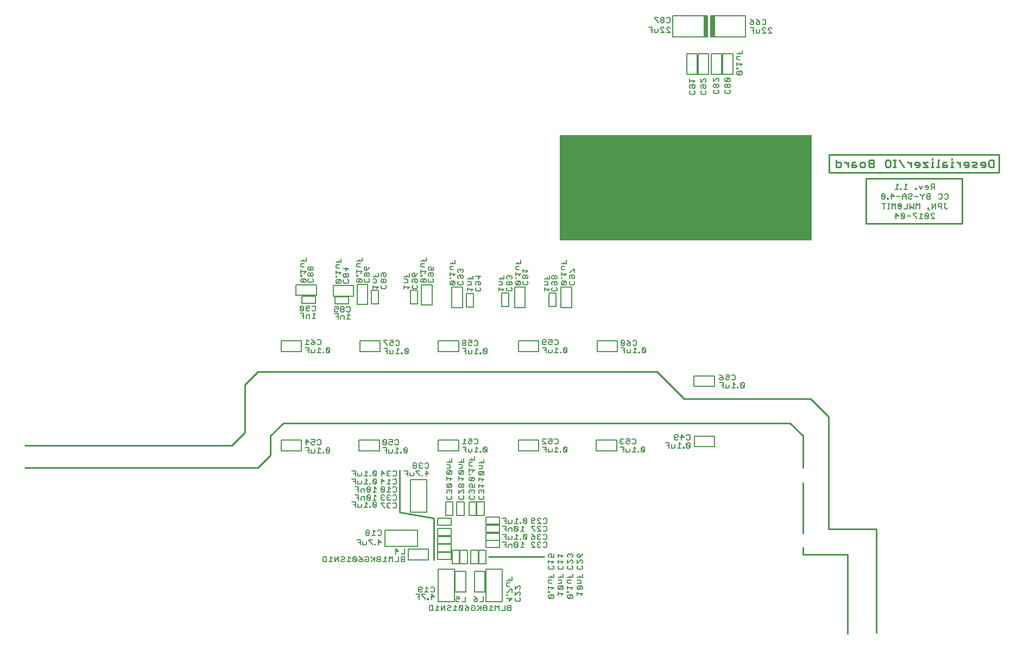
<source format=gbo>
G75*
%MOIN*%
%OFA0B0*%
%FSLAX25Y25*%
%IPPOS*%
%LPD*%
%AMOC8*
5,1,8,0,0,1.08239X$1,22.5*
%
%ADD10R,1.55000X0.65000*%
%ADD11C,0.01000*%
%ADD12C,0.00800*%
%ADD13C,0.01100*%
%ADD14C,0.00500*%
%ADD15R,0.02500X0.13000*%
D10*
X0453213Y0325189D03*
D11*
X0190476Y0153043D02*
X0047760Y0153043D01*
X0047760Y0166823D02*
X0174728Y0166823D01*
X0182602Y0174697D01*
X0182602Y0204224D01*
X0190476Y0212098D01*
X0435555Y0212098D01*
X0452287Y0195366D01*
X0530043Y0195366D01*
X0540870Y0184539D01*
X0540870Y0115642D01*
X0570398Y0115642D01*
X0570398Y0051665D01*
X0552681Y0051173D02*
X0552681Y0099894D01*
X0525122Y0099894D01*
X0525122Y0104323D01*
X0525122Y0112689D02*
X0525122Y0143693D01*
X0525122Y0153043D02*
X0525122Y0172728D01*
X0517248Y0180602D01*
X0206224Y0180602D01*
X0198350Y0172728D01*
X0198350Y0160917D01*
X0190476Y0153043D01*
X0277583Y0151567D02*
X0277583Y0125976D01*
X0298744Y0122039D01*
X0298744Y0096449D01*
X0332209Y0098417D02*
X0366165Y0098417D01*
X0564000Y0303142D02*
X0623055Y0303142D01*
X0623055Y0330701D01*
X0564000Y0330701D01*
X0564000Y0303142D01*
X0541362Y0334638D02*
X0645693Y0334638D01*
X0645693Y0345465D01*
X0541362Y0345465D01*
X0541362Y0334638D01*
D12*
X0573497Y0320974D02*
X0575633Y0318839D01*
X0575099Y0318306D01*
X0574031Y0318306D01*
X0573497Y0318839D01*
X0573497Y0320974D01*
X0574031Y0321508D01*
X0575099Y0321508D01*
X0575633Y0320974D01*
X0575633Y0318839D01*
X0576940Y0318839D02*
X0576940Y0318306D01*
X0577474Y0318306D01*
X0577474Y0318839D01*
X0576940Y0318839D01*
X0579022Y0319907D02*
X0581157Y0319907D01*
X0579556Y0321508D01*
X0579556Y0318306D01*
X0579943Y0315508D02*
X0579943Y0312306D01*
X0578395Y0312306D02*
X0577327Y0312306D01*
X0577861Y0312306D02*
X0577861Y0315508D01*
X0578395Y0315508D02*
X0577327Y0315508D01*
X0575939Y0315508D02*
X0573804Y0315508D01*
X0574872Y0315508D02*
X0574872Y0312306D01*
X0579943Y0315508D02*
X0581010Y0314441D01*
X0582078Y0315508D01*
X0582078Y0312306D01*
X0583626Y0312839D02*
X0584160Y0312306D01*
X0585227Y0312306D01*
X0585761Y0312839D01*
X0585761Y0314974D01*
X0585227Y0315508D01*
X0584160Y0315508D01*
X0583626Y0314974D01*
X0583626Y0313907D01*
X0584160Y0313373D01*
X0584160Y0314441D01*
X0585227Y0314441D01*
X0585227Y0313373D01*
X0584160Y0313373D01*
X0587309Y0312306D02*
X0589444Y0312306D01*
X0589444Y0315508D01*
X0590992Y0315508D02*
X0590992Y0312306D01*
X0592060Y0313373D01*
X0593127Y0312306D01*
X0593127Y0315508D01*
X0594675Y0315508D02*
X0594675Y0312306D01*
X0596811Y0312306D02*
X0596811Y0315508D01*
X0595743Y0314441D01*
X0594675Y0315508D01*
X0591673Y0318306D02*
X0592207Y0318839D01*
X0591673Y0318306D02*
X0590605Y0318306D01*
X0590072Y0318839D01*
X0590072Y0319373D01*
X0590605Y0319907D01*
X0591673Y0319907D01*
X0592207Y0320441D01*
X0592207Y0320974D01*
X0591673Y0321508D01*
X0590605Y0321508D01*
X0590072Y0320974D01*
X0588524Y0320441D02*
X0587456Y0321508D01*
X0586388Y0320441D01*
X0586388Y0318306D01*
X0586388Y0319907D02*
X0588524Y0319907D01*
X0588524Y0320441D02*
X0588524Y0318306D01*
X0584840Y0319907D02*
X0582705Y0319907D01*
X0582852Y0324306D02*
X0582852Y0327508D01*
X0583920Y0326441D01*
X0585227Y0324839D02*
X0585227Y0324306D01*
X0585761Y0324306D01*
X0585761Y0324839D01*
X0585227Y0324839D01*
X0583920Y0324306D02*
X0581784Y0324306D01*
X0587309Y0324306D02*
X0589444Y0324306D01*
X0588377Y0324306D02*
X0588377Y0327508D01*
X0589444Y0326441D01*
X0594435Y0324839D02*
X0594435Y0324306D01*
X0594969Y0324306D01*
X0594969Y0324839D01*
X0594435Y0324839D01*
X0596517Y0326441D02*
X0597585Y0324306D01*
X0598652Y0326441D01*
X0600200Y0325907D02*
X0600200Y0325373D01*
X0602335Y0325373D01*
X0602335Y0324839D02*
X0602335Y0325907D01*
X0601802Y0326441D01*
X0600734Y0326441D01*
X0600200Y0325907D01*
X0600734Y0324306D02*
X0601802Y0324306D01*
X0602335Y0324839D01*
X0603883Y0324306D02*
X0604951Y0325373D01*
X0604417Y0325373D02*
X0606018Y0325373D01*
X0606018Y0324306D02*
X0606018Y0327508D01*
X0604417Y0327508D01*
X0603883Y0326974D01*
X0603883Y0325907D01*
X0604417Y0325373D01*
X0603256Y0321508D02*
X0601655Y0321508D01*
X0601121Y0320974D01*
X0601121Y0320441D01*
X0601655Y0319907D01*
X0603256Y0319907D01*
X0601655Y0319907D02*
X0601121Y0319373D01*
X0601121Y0318839D01*
X0601655Y0318306D01*
X0603256Y0318306D01*
X0603256Y0321508D01*
X0599573Y0321508D02*
X0599573Y0320974D01*
X0598505Y0319907D01*
X0598505Y0318306D01*
X0598505Y0319907D02*
X0597438Y0320974D01*
X0597438Y0321508D01*
X0595890Y0319907D02*
X0593755Y0319907D01*
X0601882Y0312839D02*
X0602415Y0312839D01*
X0602415Y0312306D01*
X0601882Y0312306D01*
X0601882Y0312839D01*
X0601882Y0312306D02*
X0602949Y0311238D01*
X0604497Y0312306D02*
X0604497Y0315508D01*
X0606632Y0315508D02*
X0604497Y0312306D01*
X0606632Y0312306D02*
X0606632Y0315508D01*
X0608180Y0314974D02*
X0608180Y0313907D01*
X0608714Y0313373D01*
X0610316Y0313373D01*
X0610316Y0312306D02*
X0610316Y0315508D01*
X0608714Y0315508D01*
X0608180Y0314974D01*
X0609021Y0318306D02*
X0608487Y0318839D01*
X0609021Y0318306D02*
X0610089Y0318306D01*
X0610622Y0318839D01*
X0610622Y0320974D01*
X0610089Y0321508D01*
X0609021Y0321508D01*
X0608487Y0320974D01*
X0612170Y0320974D02*
X0612704Y0321508D01*
X0613772Y0321508D01*
X0614306Y0320974D01*
X0614306Y0318839D01*
X0613772Y0318306D01*
X0612704Y0318306D01*
X0612170Y0318839D01*
X0612397Y0315508D02*
X0612397Y0312839D01*
X0612931Y0312306D01*
X0613465Y0312306D01*
X0613999Y0312839D01*
X0612931Y0315508D02*
X0611863Y0315508D01*
X0605485Y0309508D02*
X0604417Y0309508D01*
X0603883Y0308974D01*
X0603883Y0308441D01*
X0606018Y0306306D01*
X0603883Y0306306D01*
X0602335Y0306839D02*
X0601802Y0306306D01*
X0600734Y0306306D01*
X0600200Y0306839D01*
X0600200Y0308974D01*
X0602335Y0306839D01*
X0602335Y0308974D01*
X0601802Y0309508D01*
X0600734Y0309508D01*
X0600200Y0308974D01*
X0598652Y0308441D02*
X0597585Y0309508D01*
X0597585Y0306306D01*
X0598652Y0306306D02*
X0596517Y0306306D01*
X0594969Y0306306D02*
X0594969Y0306839D01*
X0592834Y0308974D01*
X0592834Y0309508D01*
X0594969Y0309508D01*
X0591286Y0307907D02*
X0589151Y0307907D01*
X0587603Y0308974D02*
X0587069Y0309508D01*
X0586001Y0309508D01*
X0585468Y0308974D01*
X0587603Y0306839D01*
X0587069Y0306306D01*
X0586001Y0306306D01*
X0585468Y0306839D01*
X0585468Y0308974D01*
X0583920Y0307907D02*
X0581784Y0307907D01*
X0582318Y0309508D02*
X0583920Y0307907D01*
X0582318Y0306306D02*
X0582318Y0309508D01*
X0587603Y0308974D02*
X0587603Y0306839D01*
X0605485Y0309508D02*
X0606018Y0308974D01*
X0487847Y0395119D02*
X0487313Y0394585D01*
X0485178Y0394585D01*
X0487313Y0396720D01*
X0485178Y0396720D01*
X0484644Y0396186D01*
X0484644Y0395119D01*
X0485178Y0394585D01*
X0487847Y0395119D02*
X0487847Y0396186D01*
X0487313Y0396720D01*
X0485178Y0398268D02*
X0485178Y0398802D01*
X0484644Y0398802D01*
X0484644Y0398268D01*
X0485178Y0398268D01*
X0484644Y0400110D02*
X0484644Y0402245D01*
X0484644Y0401177D02*
X0487847Y0401177D01*
X0486779Y0400110D01*
X0486779Y0403793D02*
X0485178Y0403793D01*
X0484644Y0404327D01*
X0484644Y0405928D01*
X0486779Y0405928D01*
X0486245Y0407476D02*
X0486245Y0408544D01*
X0484644Y0407476D02*
X0487847Y0407476D01*
X0487847Y0409611D01*
X0495012Y0420211D02*
X0495012Y0423414D01*
X0492876Y0423414D01*
X0493944Y0421812D02*
X0495012Y0421812D01*
X0496559Y0422346D02*
X0496559Y0420211D01*
X0498161Y0420211D01*
X0498695Y0420745D01*
X0498695Y0422346D01*
X0500243Y0422346D02*
X0500243Y0422880D01*
X0500776Y0423414D01*
X0501844Y0423414D01*
X0502378Y0422880D01*
X0503926Y0422880D02*
X0504460Y0423414D01*
X0505527Y0423414D01*
X0506061Y0422880D01*
X0503926Y0422880D02*
X0503926Y0422346D01*
X0506061Y0420211D01*
X0503926Y0420211D01*
X0502378Y0420211D02*
X0500243Y0422346D01*
X0500243Y0420211D02*
X0502378Y0420211D01*
X0501860Y0425451D02*
X0500792Y0425451D01*
X0500258Y0425985D01*
X0498710Y0425985D02*
X0498177Y0425451D01*
X0497109Y0425451D01*
X0496575Y0425985D01*
X0496575Y0426519D01*
X0497109Y0427053D01*
X0498710Y0427053D01*
X0498710Y0425985D01*
X0498710Y0427053D02*
X0497643Y0428120D01*
X0496575Y0428654D01*
X0495027Y0427053D02*
X0493426Y0427053D01*
X0492892Y0426519D01*
X0492892Y0425985D01*
X0493426Y0425451D01*
X0494493Y0425451D01*
X0495027Y0425985D01*
X0495027Y0427053D01*
X0493960Y0428120D01*
X0492892Y0428654D01*
X0500258Y0428120D02*
X0500792Y0428654D01*
X0501860Y0428654D01*
X0502394Y0428120D01*
X0502394Y0425985D01*
X0501860Y0425451D01*
X0479931Y0392545D02*
X0477796Y0390410D01*
X0477262Y0390944D01*
X0477262Y0392011D01*
X0477796Y0392545D01*
X0479931Y0392545D01*
X0480465Y0392011D01*
X0480465Y0390944D01*
X0479931Y0390410D01*
X0477796Y0390410D01*
X0477796Y0388862D02*
X0477262Y0388328D01*
X0477262Y0387260D01*
X0477796Y0386727D01*
X0478330Y0386727D01*
X0478864Y0387260D01*
X0478864Y0388328D01*
X0478330Y0388862D01*
X0477796Y0388862D01*
X0478864Y0388328D02*
X0479397Y0388862D01*
X0479931Y0388862D01*
X0480465Y0388328D01*
X0480465Y0387260D01*
X0479931Y0386727D01*
X0479397Y0386727D01*
X0478864Y0387260D01*
X0479931Y0385179D02*
X0480465Y0384645D01*
X0480465Y0383577D01*
X0479931Y0383043D01*
X0477796Y0383043D01*
X0477262Y0383577D01*
X0477262Y0384645D01*
X0477796Y0385179D01*
X0473575Y0384645D02*
X0473575Y0383577D01*
X0473041Y0383043D01*
X0470906Y0383043D01*
X0470372Y0383577D01*
X0470372Y0384645D01*
X0470906Y0385179D01*
X0470906Y0386727D02*
X0471440Y0386727D01*
X0471974Y0387260D01*
X0471974Y0388328D01*
X0471440Y0388862D01*
X0470906Y0388862D01*
X0470372Y0388328D01*
X0470372Y0387260D01*
X0470906Y0386727D01*
X0471974Y0387260D02*
X0472508Y0386727D01*
X0473041Y0386727D01*
X0473575Y0387260D01*
X0473575Y0388328D01*
X0473041Y0388862D01*
X0472508Y0388862D01*
X0471974Y0388328D01*
X0473041Y0390410D02*
X0473575Y0390944D01*
X0473575Y0392011D01*
X0473041Y0392545D01*
X0472508Y0392545D01*
X0470372Y0390410D01*
X0470372Y0392545D01*
X0465701Y0391519D02*
X0465701Y0390451D01*
X0465167Y0389918D01*
X0465167Y0388370D02*
X0463032Y0388370D01*
X0462498Y0387836D01*
X0462498Y0386768D01*
X0463032Y0386234D01*
X0464100Y0386768D02*
X0464100Y0388370D01*
X0465167Y0388370D02*
X0465701Y0387836D01*
X0465701Y0386768D01*
X0465167Y0386234D01*
X0464634Y0386234D01*
X0464100Y0386768D01*
X0465167Y0384686D02*
X0465701Y0384153D01*
X0465701Y0383085D01*
X0465167Y0382551D01*
X0463032Y0382551D01*
X0462498Y0383085D01*
X0462498Y0384153D01*
X0463032Y0384686D01*
X0458811Y0384153D02*
X0458278Y0384686D01*
X0458811Y0384153D02*
X0458811Y0383085D01*
X0458278Y0382551D01*
X0456142Y0382551D01*
X0455609Y0383085D01*
X0455609Y0384153D01*
X0456142Y0384686D01*
X0456142Y0386234D02*
X0455609Y0386768D01*
X0455609Y0387836D01*
X0456142Y0388370D01*
X0458278Y0388370D01*
X0458811Y0387836D01*
X0458811Y0386768D01*
X0458278Y0386234D01*
X0457744Y0386234D01*
X0457210Y0386768D01*
X0457210Y0388370D01*
X0457744Y0389918D02*
X0458811Y0390985D01*
X0455609Y0390985D01*
X0455609Y0389918D02*
X0455609Y0392053D01*
X0462498Y0392053D02*
X0462498Y0389918D01*
X0464634Y0392053D01*
X0465167Y0392053D01*
X0465701Y0391519D01*
X0473041Y0385179D02*
X0473575Y0384645D01*
X0443663Y0420557D02*
X0441528Y0422693D01*
X0441528Y0423226D01*
X0442062Y0423760D01*
X0443129Y0423760D01*
X0443663Y0423226D01*
X0443663Y0420557D02*
X0441528Y0420557D01*
X0439980Y0420557D02*
X0437845Y0422693D01*
X0437845Y0423226D01*
X0438378Y0423760D01*
X0439446Y0423760D01*
X0439980Y0423226D01*
X0439980Y0420557D02*
X0437845Y0420557D01*
X0436297Y0421091D02*
X0435763Y0420557D01*
X0434162Y0420557D01*
X0434162Y0422693D01*
X0432614Y0422159D02*
X0431546Y0422159D01*
X0432614Y0423760D02*
X0430478Y0423760D01*
X0432614Y0423760D02*
X0432614Y0420557D01*
X0436297Y0421091D02*
X0436297Y0422693D01*
X0436281Y0426636D02*
X0436281Y0427170D01*
X0434146Y0429305D01*
X0434146Y0429839D01*
X0436281Y0429839D01*
X0437829Y0429305D02*
X0437829Y0428771D01*
X0438363Y0428238D01*
X0439430Y0428238D01*
X0439964Y0428771D01*
X0439964Y0429305D01*
X0439430Y0429839D01*
X0438363Y0429839D01*
X0437829Y0429305D01*
X0438363Y0428238D02*
X0437829Y0427704D01*
X0437829Y0427170D01*
X0438363Y0426636D01*
X0439430Y0426636D01*
X0439964Y0427170D01*
X0439964Y0427704D01*
X0439430Y0428238D01*
X0441512Y0429305D02*
X0442046Y0429839D01*
X0443113Y0429839D01*
X0443647Y0429305D01*
X0443647Y0427170D01*
X0443113Y0426636D01*
X0442046Y0426636D01*
X0441512Y0427170D01*
X0380071Y0280674D02*
X0380071Y0278539D01*
X0376869Y0278539D01*
X0376869Y0276991D02*
X0379004Y0276991D01*
X0378470Y0278539D02*
X0378470Y0279607D01*
X0376869Y0276991D02*
X0376869Y0275390D01*
X0377402Y0274856D01*
X0379004Y0274856D01*
X0376869Y0273308D02*
X0376869Y0271173D01*
X0376869Y0272240D02*
X0380071Y0272240D01*
X0379004Y0271173D01*
X0377402Y0269865D02*
X0376869Y0269865D01*
X0376869Y0269331D01*
X0377402Y0269331D01*
X0377402Y0269865D01*
X0377402Y0267783D02*
X0376869Y0267249D01*
X0376869Y0266182D01*
X0377402Y0265648D01*
X0379537Y0267783D01*
X0377402Y0267783D01*
X0377402Y0265648D02*
X0379537Y0265648D01*
X0380071Y0266182D01*
X0380071Y0267249D01*
X0379537Y0267783D01*
X0381790Y0267249D02*
X0382324Y0267783D01*
X0381790Y0267249D02*
X0381790Y0266182D01*
X0382324Y0265648D01*
X0384459Y0265648D01*
X0384992Y0266182D01*
X0384992Y0267249D01*
X0384459Y0267783D01*
X0384459Y0269331D02*
X0383925Y0269331D01*
X0383391Y0269865D01*
X0383391Y0271466D01*
X0382324Y0271466D02*
X0384459Y0271466D01*
X0384992Y0270933D01*
X0384992Y0269865D01*
X0384459Y0269331D01*
X0382324Y0269331D02*
X0381790Y0269865D01*
X0381790Y0270933D01*
X0382324Y0271466D01*
X0382324Y0273014D02*
X0381790Y0273014D01*
X0382324Y0273014D02*
X0384459Y0275149D01*
X0384992Y0275149D01*
X0384992Y0273014D01*
X0374197Y0270679D02*
X0374197Y0269611D01*
X0373663Y0269077D01*
X0373130Y0269077D01*
X0372596Y0269611D01*
X0372596Y0270679D01*
X0372062Y0271212D01*
X0371528Y0271212D01*
X0370994Y0270679D01*
X0370994Y0269611D01*
X0371528Y0269077D01*
X0372062Y0269077D01*
X0372596Y0269611D01*
X0372596Y0270679D02*
X0373130Y0271212D01*
X0373663Y0271212D01*
X0374197Y0270679D01*
X0373663Y0267529D02*
X0371528Y0267529D01*
X0370994Y0266996D01*
X0370994Y0265928D01*
X0371528Y0265394D01*
X0372596Y0265928D02*
X0372596Y0267529D01*
X0373663Y0267529D02*
X0374197Y0266996D01*
X0374197Y0265928D01*
X0373663Y0265394D01*
X0373130Y0265394D01*
X0372596Y0265928D01*
X0373663Y0263846D02*
X0374197Y0263312D01*
X0374197Y0262245D01*
X0373663Y0261711D01*
X0371528Y0261711D01*
X0370994Y0262245D01*
X0370994Y0263312D01*
X0371528Y0263846D01*
X0369768Y0262779D02*
X0366565Y0262779D01*
X0366565Y0263846D02*
X0366565Y0261711D01*
X0368701Y0261711D02*
X0369768Y0262779D01*
X0368701Y0265394D02*
X0368701Y0266996D01*
X0368167Y0267529D01*
X0366565Y0267529D01*
X0366565Y0269077D02*
X0369768Y0269077D01*
X0369768Y0271212D01*
X0368167Y0270145D02*
X0368167Y0269077D01*
X0368701Y0265394D02*
X0366565Y0265394D01*
X0356449Y0266182D02*
X0355915Y0265648D01*
X0353780Y0265648D01*
X0353246Y0266182D01*
X0353246Y0267249D01*
X0353780Y0267783D01*
X0353780Y0269331D02*
X0354314Y0269331D01*
X0354848Y0269865D01*
X0354848Y0270933D01*
X0354314Y0271466D01*
X0353780Y0271466D01*
X0353246Y0270933D01*
X0353246Y0269865D01*
X0353780Y0269331D01*
X0354848Y0269865D02*
X0355382Y0269331D01*
X0355915Y0269331D01*
X0356449Y0269865D01*
X0356449Y0270933D01*
X0355915Y0271466D01*
X0355382Y0271466D01*
X0354848Y0270933D01*
X0355382Y0273014D02*
X0356449Y0274082D01*
X0353246Y0274082D01*
X0353246Y0275149D02*
X0353246Y0273014D01*
X0352020Y0272240D02*
X0348817Y0272240D01*
X0348817Y0271173D02*
X0348817Y0273308D01*
X0349351Y0274856D02*
X0348817Y0275390D01*
X0348817Y0276991D01*
X0350952Y0276991D01*
X0350419Y0278539D02*
X0350419Y0279607D01*
X0352020Y0280674D02*
X0352020Y0278539D01*
X0348817Y0278539D01*
X0349351Y0274856D02*
X0350952Y0274856D01*
X0352020Y0272240D02*
X0350952Y0271173D01*
X0349351Y0269865D02*
X0348817Y0269865D01*
X0348817Y0269331D01*
X0349351Y0269331D01*
X0349351Y0269865D01*
X0349351Y0267783D02*
X0348817Y0267249D01*
X0348817Y0266182D01*
X0349351Y0265648D01*
X0351486Y0267783D01*
X0349351Y0267783D01*
X0349351Y0265648D02*
X0351486Y0265648D01*
X0352020Y0266182D01*
X0352020Y0267249D01*
X0351486Y0267783D01*
X0355915Y0267783D02*
X0356449Y0267249D01*
X0356449Y0266182D01*
X0346638Y0265928D02*
X0346638Y0266996D01*
X0346104Y0267529D01*
X0345571Y0267529D01*
X0345037Y0266996D01*
X0345037Y0265928D01*
X0345571Y0265394D01*
X0346104Y0265394D01*
X0346638Y0265928D01*
X0345037Y0265928D02*
X0344503Y0265394D01*
X0343969Y0265394D01*
X0343435Y0265928D01*
X0343435Y0266996D01*
X0343969Y0267529D01*
X0344503Y0267529D01*
X0345037Y0266996D01*
X0346104Y0269077D02*
X0346638Y0269611D01*
X0346638Y0270679D01*
X0346104Y0271212D01*
X0345571Y0271212D01*
X0345037Y0270679D01*
X0344503Y0271212D01*
X0343969Y0271212D01*
X0343435Y0270679D01*
X0343435Y0269611D01*
X0343969Y0269077D01*
X0345037Y0270145D02*
X0345037Y0270679D01*
X0341717Y0271212D02*
X0341717Y0269077D01*
X0338514Y0269077D01*
X0338514Y0267529D02*
X0340116Y0267529D01*
X0340649Y0266996D01*
X0340649Y0265394D01*
X0338514Y0265394D01*
X0338514Y0263846D02*
X0338514Y0261711D01*
X0338514Y0262779D02*
X0341717Y0262779D01*
X0340649Y0261711D01*
X0343435Y0262245D02*
X0343435Y0263312D01*
X0343969Y0263846D01*
X0343435Y0262245D02*
X0343969Y0261711D01*
X0346104Y0261711D01*
X0346638Y0262245D01*
X0346638Y0263312D01*
X0346104Y0263846D01*
X0340116Y0269077D02*
X0340116Y0270145D01*
X0327445Y0270679D02*
X0325844Y0269077D01*
X0325844Y0271212D01*
X0324243Y0270679D02*
X0327445Y0270679D01*
X0326911Y0267529D02*
X0327445Y0266996D01*
X0327445Y0265928D01*
X0326911Y0265394D01*
X0326378Y0265394D01*
X0325844Y0265928D01*
X0325844Y0267529D01*
X0326911Y0267529D02*
X0324776Y0267529D01*
X0324243Y0266996D01*
X0324243Y0265928D01*
X0324776Y0265394D01*
X0324776Y0263846D02*
X0324243Y0263312D01*
X0324243Y0262245D01*
X0324776Y0261711D01*
X0326911Y0261711D01*
X0327445Y0262245D01*
X0327445Y0263312D01*
X0326911Y0263846D01*
X0322524Y0262779D02*
X0319321Y0262779D01*
X0319321Y0263846D02*
X0319321Y0261711D01*
X0321456Y0261711D02*
X0322524Y0262779D01*
X0321456Y0265394D02*
X0319321Y0265394D01*
X0319321Y0267529D02*
X0320923Y0267529D01*
X0321456Y0266996D01*
X0321456Y0265394D01*
X0320923Y0269077D02*
X0320923Y0270145D01*
X0322524Y0271212D02*
X0322524Y0269077D01*
X0319321Y0269077D01*
X0316587Y0269865D02*
X0316053Y0269331D01*
X0315519Y0269331D01*
X0314986Y0269865D01*
X0314986Y0271466D01*
X0316053Y0271466D02*
X0316587Y0270933D01*
X0316587Y0269865D01*
X0316053Y0271466D02*
X0313918Y0271466D01*
X0313384Y0270933D01*
X0313384Y0269865D01*
X0313918Y0269331D01*
X0313918Y0267783D02*
X0313384Y0267249D01*
X0313384Y0266182D01*
X0313918Y0265648D01*
X0316053Y0265648D01*
X0316587Y0266182D01*
X0316587Y0267249D01*
X0316053Y0267783D01*
X0311666Y0267249D02*
X0311132Y0267783D01*
X0308997Y0265648D01*
X0308463Y0266182D01*
X0308463Y0267249D01*
X0308997Y0267783D01*
X0311132Y0267783D01*
X0311666Y0267249D02*
X0311666Y0266182D01*
X0311132Y0265648D01*
X0308997Y0265648D01*
X0308997Y0269331D02*
X0308997Y0269865D01*
X0308463Y0269865D01*
X0308463Y0269331D01*
X0308997Y0269331D01*
X0308463Y0271173D02*
X0308463Y0273308D01*
X0308463Y0272240D02*
X0311666Y0272240D01*
X0310598Y0271173D01*
X0313384Y0273548D02*
X0313918Y0273014D01*
X0313384Y0273548D02*
X0313384Y0274616D01*
X0313918Y0275149D01*
X0314452Y0275149D01*
X0314986Y0274616D01*
X0314986Y0274082D01*
X0314986Y0274616D02*
X0315519Y0275149D01*
X0316053Y0275149D01*
X0316587Y0274616D01*
X0316587Y0273548D01*
X0316053Y0273014D01*
X0310598Y0274856D02*
X0308997Y0274856D01*
X0308463Y0275390D01*
X0308463Y0276991D01*
X0310598Y0276991D01*
X0310064Y0278539D02*
X0310064Y0279607D01*
X0308463Y0278539D02*
X0311666Y0278539D01*
X0311666Y0280674D01*
X0298378Y0276626D02*
X0298378Y0274491D01*
X0296777Y0274491D01*
X0297311Y0275558D01*
X0297311Y0276092D01*
X0296777Y0276626D01*
X0295709Y0276626D01*
X0295176Y0276092D01*
X0295176Y0275024D01*
X0295709Y0274491D01*
X0295709Y0272943D02*
X0297845Y0272943D01*
X0298378Y0272409D01*
X0298378Y0271341D01*
X0297845Y0270808D01*
X0297311Y0270808D01*
X0296777Y0271341D01*
X0296777Y0272943D01*
X0295709Y0272943D02*
X0295176Y0272409D01*
X0295176Y0271341D01*
X0295709Y0270808D01*
X0295709Y0269260D02*
X0295176Y0268726D01*
X0295176Y0267658D01*
X0295709Y0267124D01*
X0297845Y0267124D01*
X0298378Y0267658D01*
X0298378Y0268726D01*
X0297845Y0269260D01*
X0293949Y0268726D02*
X0293415Y0269260D01*
X0291280Y0267124D01*
X0290746Y0267658D01*
X0290746Y0268726D01*
X0291280Y0269260D01*
X0293415Y0269260D01*
X0293949Y0268726D02*
X0293949Y0267658D01*
X0293415Y0267124D01*
X0291280Y0267124D01*
X0288567Y0267404D02*
X0288034Y0266871D01*
X0287500Y0266871D01*
X0286966Y0267404D01*
X0286966Y0269006D01*
X0288034Y0269006D02*
X0288567Y0268472D01*
X0288567Y0267404D01*
X0288034Y0269006D02*
X0285898Y0269006D01*
X0285365Y0268472D01*
X0285365Y0267404D01*
X0285898Y0266871D01*
X0285898Y0265323D02*
X0285365Y0264789D01*
X0285365Y0263721D01*
X0285898Y0263187D01*
X0288034Y0263187D01*
X0288567Y0263721D01*
X0288567Y0264789D01*
X0288034Y0265323D01*
X0283646Y0264255D02*
X0280443Y0264255D01*
X0280443Y0263187D02*
X0280443Y0265323D01*
X0280443Y0266871D02*
X0282578Y0266871D01*
X0282578Y0268472D01*
X0282045Y0269006D01*
X0280443Y0269006D01*
X0280443Y0270554D02*
X0283646Y0270554D01*
X0283646Y0272689D01*
X0285365Y0272155D02*
X0285898Y0272689D01*
X0286432Y0272689D01*
X0286966Y0272155D01*
X0286966Y0270554D01*
X0285898Y0270554D01*
X0285365Y0271087D01*
X0285365Y0272155D01*
X0286966Y0270554D02*
X0288034Y0271621D01*
X0288567Y0272689D01*
X0290746Y0272649D02*
X0290746Y0274784D01*
X0290746Y0273717D02*
X0293949Y0273717D01*
X0292882Y0272649D01*
X0291280Y0271341D02*
X0290746Y0271341D01*
X0290746Y0270808D01*
X0291280Y0270808D01*
X0291280Y0271341D01*
X0291280Y0276332D02*
X0290746Y0276866D01*
X0290746Y0278467D01*
X0292882Y0278467D01*
X0292348Y0280015D02*
X0292348Y0281083D01*
X0293949Y0280015D02*
X0293949Y0282151D01*
X0293949Y0280015D02*
X0290746Y0280015D01*
X0291280Y0276332D02*
X0292882Y0276332D01*
X0282045Y0271621D02*
X0282045Y0270554D01*
X0269374Y0271087D02*
X0268841Y0270554D01*
X0268307Y0270554D01*
X0267773Y0271087D01*
X0267773Y0272689D01*
X0266705Y0272689D02*
X0268841Y0272689D01*
X0269374Y0272155D01*
X0269374Y0271087D01*
X0268841Y0269006D02*
X0268307Y0269006D01*
X0267773Y0268472D01*
X0267773Y0267404D01*
X0268307Y0266871D01*
X0268841Y0266871D01*
X0269374Y0267404D01*
X0269374Y0268472D01*
X0268841Y0269006D01*
X0267773Y0268472D02*
X0267239Y0269006D01*
X0266705Y0269006D01*
X0266172Y0268472D01*
X0266172Y0267404D01*
X0266705Y0266871D01*
X0267239Y0266871D01*
X0267773Y0267404D01*
X0266705Y0265323D02*
X0266172Y0264789D01*
X0266172Y0263721D01*
X0266705Y0263187D01*
X0268841Y0263187D01*
X0269374Y0263721D01*
X0269374Y0264789D01*
X0268841Y0265323D01*
X0264453Y0264255D02*
X0261250Y0264255D01*
X0261250Y0263187D02*
X0261250Y0265323D01*
X0261250Y0266871D02*
X0263386Y0266871D01*
X0263386Y0268472D01*
X0262852Y0269006D01*
X0261250Y0269006D01*
X0261250Y0270554D02*
X0264453Y0270554D01*
X0264453Y0272689D01*
X0266172Y0272155D02*
X0266705Y0272689D01*
X0266172Y0272155D02*
X0266172Y0271087D01*
X0266705Y0270554D01*
X0262852Y0270554D02*
X0262852Y0271621D01*
X0259008Y0271341D02*
X0259008Y0272409D01*
X0258474Y0272943D01*
X0257941Y0272943D01*
X0257407Y0272409D01*
X0257407Y0271341D01*
X0257941Y0270808D01*
X0258474Y0270808D01*
X0259008Y0271341D01*
X0257407Y0271341D02*
X0256873Y0270808D01*
X0256339Y0270808D01*
X0255806Y0271341D01*
X0255806Y0272409D01*
X0256339Y0272943D01*
X0256873Y0272943D01*
X0257407Y0272409D01*
X0257407Y0274491D02*
X0257407Y0276092D01*
X0256873Y0276626D01*
X0256339Y0276626D01*
X0255806Y0276092D01*
X0255806Y0275024D01*
X0256339Y0274491D01*
X0257407Y0274491D01*
X0258474Y0275558D01*
X0259008Y0276626D01*
X0254579Y0273717D02*
X0251376Y0273717D01*
X0251376Y0274784D02*
X0251376Y0272649D01*
X0251376Y0271341D02*
X0251376Y0270808D01*
X0251910Y0270808D01*
X0251910Y0271341D01*
X0251376Y0271341D01*
X0251910Y0269260D02*
X0251376Y0268726D01*
X0251376Y0267658D01*
X0251910Y0267124D01*
X0254045Y0269260D01*
X0251910Y0269260D01*
X0254045Y0269260D02*
X0254579Y0268726D01*
X0254579Y0267658D01*
X0254045Y0267124D01*
X0251910Y0267124D01*
X0255806Y0267658D02*
X0255806Y0268726D01*
X0256339Y0269260D01*
X0255806Y0267658D02*
X0256339Y0267124D01*
X0258474Y0267124D01*
X0259008Y0267658D01*
X0259008Y0268726D01*
X0258474Y0269260D01*
X0254579Y0273717D02*
X0253512Y0272649D01*
X0253512Y0276332D02*
X0251910Y0276332D01*
X0251376Y0276866D01*
X0251376Y0278467D01*
X0253512Y0278467D01*
X0252978Y0280015D02*
X0252978Y0281083D01*
X0254579Y0280015D02*
X0254579Y0282151D01*
X0254579Y0280015D02*
X0251376Y0280015D01*
X0246213Y0275600D02*
X0244612Y0273999D01*
X0244612Y0276134D01*
X0246213Y0275600D02*
X0243010Y0275600D01*
X0240716Y0275840D02*
X0239115Y0275840D01*
X0238581Y0276374D01*
X0238581Y0277975D01*
X0240716Y0277975D01*
X0240182Y0279523D02*
X0240182Y0280591D01*
X0238581Y0279523D02*
X0241784Y0279523D01*
X0241784Y0281658D01*
X0238581Y0274292D02*
X0238581Y0272157D01*
X0238581Y0273225D02*
X0241784Y0273225D01*
X0240716Y0272157D01*
X0239115Y0270849D02*
X0238581Y0270849D01*
X0238581Y0270315D01*
X0239115Y0270315D01*
X0239115Y0270849D01*
X0239115Y0268767D02*
X0238581Y0268234D01*
X0238581Y0267166D01*
X0239115Y0266632D01*
X0241250Y0268767D01*
X0239115Y0268767D01*
X0239115Y0266632D02*
X0241250Y0266632D01*
X0241784Y0267166D01*
X0241784Y0268234D01*
X0241250Y0268767D01*
X0243010Y0268234D02*
X0243544Y0268767D01*
X0243010Y0268234D02*
X0243010Y0267166D01*
X0243544Y0266632D01*
X0245679Y0266632D01*
X0246213Y0267166D01*
X0246213Y0268234D01*
X0245679Y0268767D01*
X0245679Y0270315D02*
X0245145Y0270315D01*
X0244612Y0270849D01*
X0244612Y0271917D01*
X0244078Y0272451D01*
X0243544Y0272451D01*
X0243010Y0271917D01*
X0243010Y0270849D01*
X0243544Y0270315D01*
X0244078Y0270315D01*
X0244612Y0270849D01*
X0244612Y0271917D02*
X0245145Y0272451D01*
X0245679Y0272451D01*
X0246213Y0271917D01*
X0246213Y0270849D01*
X0245679Y0270315D01*
X0224559Y0271341D02*
X0224559Y0272409D01*
X0224026Y0272943D01*
X0223492Y0272943D01*
X0222958Y0272409D01*
X0222958Y0271341D01*
X0223492Y0270808D01*
X0224026Y0270808D01*
X0224559Y0271341D01*
X0222958Y0271341D02*
X0222424Y0270808D01*
X0221890Y0270808D01*
X0221357Y0271341D01*
X0221357Y0272409D01*
X0221890Y0272943D01*
X0222424Y0272943D01*
X0222958Y0272409D01*
X0222424Y0274491D02*
X0222958Y0275024D01*
X0222958Y0276092D01*
X0222424Y0276626D01*
X0221890Y0276626D01*
X0221357Y0276092D01*
X0221357Y0275024D01*
X0221890Y0274491D01*
X0222424Y0274491D01*
X0222958Y0275024D02*
X0223492Y0274491D01*
X0224026Y0274491D01*
X0224559Y0275024D01*
X0224559Y0276092D01*
X0224026Y0276626D01*
X0223492Y0276626D01*
X0222958Y0276092D01*
X0220130Y0273717D02*
X0216928Y0273717D01*
X0216928Y0274784D02*
X0216928Y0272649D01*
X0216928Y0271341D02*
X0216928Y0270808D01*
X0217461Y0270808D01*
X0217461Y0271341D01*
X0216928Y0271341D01*
X0217461Y0269260D02*
X0216928Y0268726D01*
X0216928Y0267658D01*
X0217461Y0267124D01*
X0219597Y0269260D01*
X0217461Y0269260D01*
X0219597Y0269260D02*
X0220130Y0268726D01*
X0220130Y0267658D01*
X0219597Y0267124D01*
X0217461Y0267124D01*
X0221357Y0267658D02*
X0221357Y0268726D01*
X0221890Y0269260D01*
X0221357Y0267658D02*
X0221890Y0267124D01*
X0224026Y0267124D01*
X0224559Y0267658D01*
X0224559Y0268726D01*
X0224026Y0269260D01*
X0220130Y0273717D02*
X0219063Y0272649D01*
X0219063Y0276332D02*
X0217461Y0276332D01*
X0216928Y0276866D01*
X0216928Y0278467D01*
X0219063Y0278467D01*
X0218529Y0280015D02*
X0218529Y0281083D01*
X0220130Y0280015D02*
X0220130Y0282151D01*
X0220130Y0280015D02*
X0216928Y0280015D01*
X0217034Y0252611D02*
X0216500Y0252077D01*
X0218635Y0249942D01*
X0218102Y0249408D01*
X0217034Y0249408D01*
X0216500Y0249942D01*
X0216500Y0252077D01*
X0217034Y0252611D02*
X0218102Y0252611D01*
X0218635Y0252077D01*
X0218635Y0249942D01*
X0220183Y0249942D02*
X0220183Y0252077D01*
X0220717Y0252611D01*
X0221785Y0252611D01*
X0222318Y0252077D01*
X0222318Y0251543D01*
X0221785Y0251009D01*
X0220183Y0251009D01*
X0220183Y0249942D02*
X0220717Y0249408D01*
X0221785Y0249408D01*
X0222318Y0249942D01*
X0223866Y0249942D02*
X0224400Y0249408D01*
X0225468Y0249408D01*
X0226002Y0249942D01*
X0226002Y0252077D01*
X0225468Y0252611D01*
X0224400Y0252611D01*
X0223866Y0252077D01*
X0224934Y0248181D02*
X0224934Y0244979D01*
X0226002Y0244979D02*
X0223866Y0244979D01*
X0222318Y0244979D02*
X0222318Y0247114D01*
X0220717Y0247114D01*
X0220183Y0246580D01*
X0220183Y0244979D01*
X0218635Y0244979D02*
X0218635Y0248181D01*
X0216500Y0248181D01*
X0217568Y0246580D02*
X0218635Y0246580D01*
X0224934Y0248181D02*
X0226002Y0247114D01*
X0237662Y0247689D02*
X0239797Y0247689D01*
X0239797Y0244487D01*
X0241345Y0244487D02*
X0241345Y0246088D01*
X0241878Y0246622D01*
X0243480Y0246622D01*
X0243480Y0244487D01*
X0245028Y0244487D02*
X0247163Y0244487D01*
X0246095Y0244487D02*
X0246095Y0247689D01*
X0247163Y0246622D01*
X0246629Y0248916D02*
X0245562Y0248916D01*
X0245028Y0249450D01*
X0243480Y0249450D02*
X0243480Y0249983D01*
X0242946Y0250517D01*
X0241878Y0250517D01*
X0241345Y0249983D01*
X0241345Y0249450D01*
X0241878Y0248916D01*
X0242946Y0248916D01*
X0243480Y0249450D01*
X0242946Y0250517D02*
X0243480Y0251051D01*
X0243480Y0251585D01*
X0242946Y0252118D01*
X0241878Y0252118D01*
X0241345Y0251585D01*
X0241345Y0251051D01*
X0241878Y0250517D01*
X0239797Y0250517D02*
X0238729Y0251051D01*
X0238195Y0251051D01*
X0237662Y0250517D01*
X0237662Y0249450D01*
X0238195Y0248916D01*
X0239263Y0248916D01*
X0239797Y0249450D01*
X0239797Y0250517D02*
X0239797Y0252118D01*
X0237662Y0252118D01*
X0238729Y0246088D02*
X0239797Y0246088D01*
X0246629Y0248916D02*
X0247163Y0249450D01*
X0247163Y0251585D01*
X0246629Y0252118D01*
X0245562Y0252118D01*
X0245028Y0251585D01*
X0263386Y0263187D02*
X0264453Y0264255D01*
X0282578Y0263187D02*
X0283646Y0264255D01*
X0276872Y0231418D02*
X0275804Y0231418D01*
X0275270Y0230884D01*
X0273722Y0231418D02*
X0273722Y0229816D01*
X0272655Y0230350D01*
X0272121Y0230350D01*
X0271587Y0229816D01*
X0271587Y0228749D01*
X0272121Y0228215D01*
X0273188Y0228215D01*
X0273722Y0228749D01*
X0275270Y0228749D02*
X0275804Y0228215D01*
X0276872Y0228215D01*
X0277405Y0228749D01*
X0277405Y0230884D01*
X0276872Y0231418D01*
X0273722Y0231418D02*
X0271587Y0231418D01*
X0270039Y0231418D02*
X0267904Y0231418D01*
X0267904Y0230884D01*
X0270039Y0228749D01*
X0270039Y0228215D01*
X0270039Y0226496D02*
X0267904Y0226496D01*
X0268971Y0224895D02*
X0270039Y0224895D01*
X0270039Y0223294D02*
X0270039Y0226496D01*
X0271587Y0225429D02*
X0271587Y0223294D01*
X0273188Y0223294D01*
X0273722Y0223827D01*
X0273722Y0225429D01*
X0275270Y0223294D02*
X0277405Y0223294D01*
X0276338Y0223294D02*
X0276338Y0226496D01*
X0277405Y0225429D01*
X0278713Y0223827D02*
X0278713Y0223294D01*
X0279247Y0223294D01*
X0279247Y0223827D01*
X0278713Y0223827D01*
X0280795Y0223827D02*
X0281329Y0223294D01*
X0282396Y0223294D01*
X0282930Y0223827D01*
X0280795Y0225963D01*
X0280795Y0223827D01*
X0282930Y0223827D02*
X0282930Y0225963D01*
X0282396Y0226496D01*
X0281329Y0226496D01*
X0280795Y0225963D01*
X0316132Y0226496D02*
X0318267Y0226496D01*
X0318267Y0223294D01*
X0319815Y0223294D02*
X0319815Y0225429D01*
X0318267Y0224895D02*
X0317200Y0224895D01*
X0319815Y0223294D02*
X0321417Y0223294D01*
X0321951Y0223827D01*
X0321951Y0225429D01*
X0323499Y0223294D02*
X0325634Y0223294D01*
X0324566Y0223294D02*
X0324566Y0226496D01*
X0325634Y0225429D01*
X0326941Y0223827D02*
X0326941Y0223294D01*
X0327475Y0223294D01*
X0327475Y0223827D01*
X0326941Y0223827D01*
X0329023Y0223827D02*
X0329557Y0223294D01*
X0330625Y0223294D01*
X0331158Y0223827D01*
X0329023Y0225963D01*
X0329023Y0223827D01*
X0331158Y0223827D02*
X0331158Y0225963D01*
X0330625Y0226496D01*
X0329557Y0226496D01*
X0329023Y0225963D01*
X0325634Y0228749D02*
X0325100Y0228215D01*
X0324032Y0228215D01*
X0323499Y0228749D01*
X0321951Y0228749D02*
X0321417Y0228215D01*
X0320349Y0228215D01*
X0319815Y0228749D01*
X0319815Y0229816D01*
X0320349Y0230350D01*
X0320883Y0230350D01*
X0321951Y0229816D01*
X0321951Y0231418D01*
X0319815Y0231418D01*
X0318267Y0230884D02*
X0318267Y0230350D01*
X0317734Y0229816D01*
X0316666Y0229816D01*
X0316132Y0229283D01*
X0316132Y0228749D01*
X0316666Y0228215D01*
X0317734Y0228215D01*
X0318267Y0228749D01*
X0318267Y0229283D01*
X0317734Y0229816D01*
X0316666Y0229816D02*
X0316132Y0230350D01*
X0316132Y0230884D01*
X0316666Y0231418D01*
X0317734Y0231418D01*
X0318267Y0230884D01*
X0323499Y0230884D02*
X0324032Y0231418D01*
X0325100Y0231418D01*
X0325634Y0230884D01*
X0325634Y0228749D01*
X0365345Y0229241D02*
X0365345Y0231376D01*
X0365879Y0231910D01*
X0366946Y0231910D01*
X0367480Y0231376D01*
X0367480Y0230842D01*
X0366946Y0230308D01*
X0365345Y0230308D01*
X0365345Y0229241D02*
X0365879Y0228707D01*
X0366946Y0228707D01*
X0367480Y0229241D01*
X0369028Y0229241D02*
X0369562Y0228707D01*
X0370629Y0228707D01*
X0371163Y0229241D01*
X0371163Y0230308D02*
X0370096Y0230842D01*
X0369562Y0230842D01*
X0369028Y0230308D01*
X0369028Y0229241D01*
X0371163Y0230308D02*
X0371163Y0231910D01*
X0369028Y0231910D01*
X0372711Y0231376D02*
X0373245Y0231910D01*
X0374312Y0231910D01*
X0374846Y0231376D01*
X0374846Y0229241D01*
X0374312Y0228707D01*
X0373245Y0228707D01*
X0372711Y0229241D01*
X0373779Y0226989D02*
X0373779Y0223786D01*
X0374846Y0223786D02*
X0372711Y0223786D01*
X0371163Y0224320D02*
X0370629Y0223786D01*
X0369028Y0223786D01*
X0369028Y0225921D01*
X0367480Y0225387D02*
X0366412Y0225387D01*
X0365345Y0226989D02*
X0367480Y0226989D01*
X0367480Y0223786D01*
X0371163Y0224320D02*
X0371163Y0225921D01*
X0373779Y0226989D02*
X0374846Y0225921D01*
X0376154Y0224320D02*
X0376154Y0223786D01*
X0376688Y0223786D01*
X0376688Y0224320D01*
X0376154Y0224320D01*
X0378236Y0224320D02*
X0378770Y0223786D01*
X0379837Y0223786D01*
X0380371Y0224320D01*
X0378236Y0226455D01*
X0378236Y0224320D01*
X0378236Y0226455D02*
X0378770Y0226989D01*
X0379837Y0226989D01*
X0380371Y0226455D01*
X0380371Y0224320D01*
X0413573Y0226989D02*
X0415708Y0226989D01*
X0415708Y0223786D01*
X0417256Y0223786D02*
X0417256Y0225921D01*
X0415708Y0225387D02*
X0414641Y0225387D01*
X0415175Y0228215D02*
X0415708Y0228749D01*
X0413573Y0230884D01*
X0413573Y0228749D01*
X0414107Y0228215D01*
X0415175Y0228215D01*
X0415708Y0228749D02*
X0415708Y0230884D01*
X0415175Y0231418D01*
X0414107Y0231418D01*
X0413573Y0230884D01*
X0417256Y0231418D02*
X0418324Y0230884D01*
X0419391Y0229816D01*
X0417790Y0229816D01*
X0417256Y0229283D01*
X0417256Y0228749D01*
X0417790Y0228215D01*
X0418858Y0228215D01*
X0419391Y0228749D01*
X0419391Y0229816D01*
X0420939Y0228749D02*
X0421473Y0228215D01*
X0422541Y0228215D01*
X0423075Y0228749D01*
X0423075Y0230884D01*
X0422541Y0231418D01*
X0421473Y0231418D01*
X0420939Y0230884D01*
X0422007Y0226989D02*
X0422007Y0223786D01*
X0423075Y0223786D02*
X0420939Y0223786D01*
X0419391Y0224320D02*
X0418858Y0223786D01*
X0417256Y0223786D01*
X0419391Y0224320D02*
X0419391Y0225921D01*
X0422007Y0226989D02*
X0423075Y0225921D01*
X0424382Y0224320D02*
X0424382Y0223786D01*
X0424916Y0223786D01*
X0424916Y0224320D01*
X0424382Y0224320D01*
X0426464Y0224320D02*
X0426998Y0223786D01*
X0428066Y0223786D01*
X0428599Y0224320D01*
X0426464Y0226455D01*
X0426464Y0224320D01*
X0426464Y0226455D02*
X0426998Y0226989D01*
X0428066Y0226989D01*
X0428599Y0226455D01*
X0428599Y0224320D01*
X0474105Y0210256D02*
X0475172Y0209722D01*
X0476240Y0208655D01*
X0474638Y0208655D01*
X0474105Y0208121D01*
X0474105Y0207587D01*
X0474638Y0207054D01*
X0475706Y0207054D01*
X0476240Y0207587D01*
X0476240Y0208655D01*
X0477788Y0208655D02*
X0477788Y0207587D01*
X0478322Y0207054D01*
X0479389Y0207054D01*
X0479923Y0207587D01*
X0479923Y0208655D02*
X0478855Y0209189D01*
X0478322Y0209189D01*
X0477788Y0208655D01*
X0477788Y0210256D02*
X0479923Y0210256D01*
X0479923Y0208655D01*
X0481471Y0209722D02*
X0482005Y0210256D01*
X0483072Y0210256D01*
X0483606Y0209722D01*
X0483606Y0207587D01*
X0483072Y0207054D01*
X0482005Y0207054D01*
X0481471Y0207587D01*
X0482539Y0205335D02*
X0482539Y0202132D01*
X0483606Y0202132D02*
X0481471Y0202132D01*
X0479923Y0202666D02*
X0479389Y0202132D01*
X0477788Y0202132D01*
X0477788Y0204267D01*
X0476240Y0203734D02*
X0475172Y0203734D01*
X0474105Y0205335D02*
X0476240Y0205335D01*
X0476240Y0202132D01*
X0479923Y0202666D02*
X0479923Y0204267D01*
X0482539Y0205335D02*
X0483606Y0204267D01*
X0484914Y0202666D02*
X0484914Y0202132D01*
X0485448Y0202132D01*
X0485448Y0202666D01*
X0484914Y0202666D01*
X0486996Y0202666D02*
X0486996Y0204801D01*
X0489131Y0202666D01*
X0488597Y0202132D01*
X0487529Y0202132D01*
X0486996Y0202666D01*
X0489131Y0202666D02*
X0489131Y0204801D01*
X0488597Y0205335D01*
X0487529Y0205335D01*
X0486996Y0204801D01*
X0455291Y0173347D02*
X0455824Y0172813D01*
X0455824Y0170678D01*
X0455291Y0170144D01*
X0454223Y0170144D01*
X0453689Y0170678D01*
X0452141Y0171745D02*
X0450006Y0171745D01*
X0448458Y0172279D02*
X0447924Y0171745D01*
X0446323Y0171745D01*
X0446323Y0170678D02*
X0446323Y0172813D01*
X0446857Y0173347D01*
X0447924Y0173347D01*
X0448458Y0172813D01*
X0448458Y0172279D01*
X0448458Y0170678D02*
X0447924Y0170144D01*
X0446857Y0170144D01*
X0446323Y0170678D01*
X0446617Y0167358D02*
X0446617Y0165757D01*
X0446083Y0165223D01*
X0444481Y0165223D01*
X0444481Y0167358D01*
X0442933Y0166824D02*
X0441866Y0166824D01*
X0442933Y0165223D02*
X0442933Y0168426D01*
X0440798Y0168426D01*
X0448165Y0165223D02*
X0450300Y0165223D01*
X0449232Y0165223D02*
X0449232Y0168426D01*
X0450300Y0167358D01*
X0451607Y0165757D02*
X0451607Y0165223D01*
X0452141Y0165223D01*
X0452141Y0165757D01*
X0451607Y0165757D01*
X0453689Y0165757D02*
X0454223Y0165223D01*
X0455291Y0165223D01*
X0455824Y0165757D01*
X0453689Y0167892D01*
X0453689Y0165757D01*
X0453689Y0167892D02*
X0454223Y0168426D01*
X0455291Y0168426D01*
X0455824Y0167892D01*
X0455824Y0165757D01*
X0450540Y0170144D02*
X0450540Y0173347D01*
X0452141Y0171745D01*
X0453689Y0172813D02*
X0454223Y0173347D01*
X0455291Y0173347D01*
X0428107Y0165431D02*
X0427573Y0165965D01*
X0426506Y0165965D01*
X0425972Y0165431D01*
X0428107Y0163296D01*
X0427573Y0162762D01*
X0426506Y0162762D01*
X0425972Y0163296D01*
X0425972Y0165431D01*
X0428107Y0165431D02*
X0428107Y0163296D01*
X0424424Y0163296D02*
X0423890Y0163296D01*
X0423890Y0162762D01*
X0424424Y0162762D01*
X0424424Y0163296D01*
X0422583Y0162762D02*
X0420447Y0162762D01*
X0421515Y0162762D02*
X0421515Y0165965D01*
X0422583Y0164897D01*
X0422049Y0167683D02*
X0420981Y0167683D01*
X0420447Y0168217D01*
X0418899Y0168217D02*
X0418366Y0167683D01*
X0417298Y0167683D01*
X0416764Y0168217D01*
X0416764Y0169285D01*
X0417298Y0169819D01*
X0417832Y0169819D01*
X0418899Y0169285D01*
X0418899Y0170886D01*
X0416764Y0170886D01*
X0415216Y0170352D02*
X0414682Y0170886D01*
X0413615Y0170886D01*
X0413081Y0170352D01*
X0413081Y0169819D01*
X0413615Y0169285D01*
X0413081Y0168751D01*
X0413081Y0168217D01*
X0413615Y0167683D01*
X0414682Y0167683D01*
X0415216Y0168217D01*
X0414149Y0169285D02*
X0413615Y0169285D01*
X0413081Y0165965D02*
X0415216Y0165965D01*
X0415216Y0162762D01*
X0416764Y0162762D02*
X0416764Y0164897D01*
X0415216Y0164364D02*
X0414149Y0164364D01*
X0416764Y0162762D02*
X0418366Y0162762D01*
X0418899Y0163296D01*
X0418899Y0164897D01*
X0422049Y0167683D02*
X0422583Y0168217D01*
X0422583Y0170352D01*
X0422049Y0170886D01*
X0420981Y0170886D01*
X0420447Y0170352D01*
X0380371Y0165431D02*
X0379837Y0165965D01*
X0378770Y0165965D01*
X0378236Y0165431D01*
X0380371Y0163296D01*
X0379837Y0162762D01*
X0378770Y0162762D01*
X0378236Y0163296D01*
X0378236Y0165431D01*
X0380371Y0165431D02*
X0380371Y0163296D01*
X0376688Y0163296D02*
X0376154Y0163296D01*
X0376154Y0162762D01*
X0376688Y0162762D01*
X0376688Y0163296D01*
X0374846Y0162762D02*
X0372711Y0162762D01*
X0373779Y0162762D02*
X0373779Y0165965D01*
X0374846Y0164897D01*
X0374312Y0167683D02*
X0373245Y0167683D01*
X0372711Y0168217D01*
X0371163Y0168217D02*
X0370629Y0167683D01*
X0369562Y0167683D01*
X0369028Y0168217D01*
X0369028Y0169285D01*
X0369562Y0169819D01*
X0370096Y0169819D01*
X0371163Y0169285D01*
X0371163Y0170886D01*
X0369028Y0170886D01*
X0367480Y0170352D02*
X0366946Y0170886D01*
X0365879Y0170886D01*
X0365345Y0170352D01*
X0365345Y0169819D01*
X0367480Y0167683D01*
X0365345Y0167683D01*
X0365345Y0165965D02*
X0367480Y0165965D01*
X0367480Y0162762D01*
X0369028Y0162762D02*
X0369028Y0164897D01*
X0367480Y0164364D02*
X0366412Y0164364D01*
X0369028Y0162762D02*
X0370629Y0162762D01*
X0371163Y0163296D01*
X0371163Y0164897D01*
X0374312Y0167683D02*
X0374846Y0168217D01*
X0374846Y0170352D01*
X0374312Y0170886D01*
X0373245Y0170886D01*
X0372711Y0170352D01*
X0331158Y0165431D02*
X0330625Y0165965D01*
X0329557Y0165965D01*
X0329023Y0165431D01*
X0331158Y0163296D01*
X0330625Y0162762D01*
X0329557Y0162762D01*
X0329023Y0163296D01*
X0329023Y0165431D01*
X0331158Y0165431D02*
X0331158Y0163296D01*
X0327475Y0163296D02*
X0326941Y0163296D01*
X0326941Y0162762D01*
X0327475Y0162762D01*
X0327475Y0163296D01*
X0325634Y0162762D02*
X0323499Y0162762D01*
X0324566Y0162762D02*
X0324566Y0165965D01*
X0325634Y0164897D01*
X0325100Y0167683D02*
X0324032Y0167683D01*
X0323499Y0168217D01*
X0321951Y0168217D02*
X0321417Y0167683D01*
X0320349Y0167683D01*
X0319815Y0168217D01*
X0319815Y0169285D01*
X0320349Y0169819D01*
X0320883Y0169819D01*
X0321951Y0169285D01*
X0321951Y0170886D01*
X0319815Y0170886D01*
X0318267Y0169819D02*
X0317200Y0170886D01*
X0317200Y0167683D01*
X0318267Y0167683D02*
X0316132Y0167683D01*
X0316132Y0165965D02*
X0318267Y0165965D01*
X0318267Y0162762D01*
X0319815Y0162762D02*
X0319815Y0164897D01*
X0318267Y0164364D02*
X0317200Y0164364D01*
X0319815Y0162762D02*
X0321417Y0162762D01*
X0321951Y0163296D01*
X0321951Y0164897D01*
X0325100Y0167683D02*
X0325634Y0168217D01*
X0325634Y0170352D01*
X0325100Y0170886D01*
X0324032Y0170886D01*
X0323499Y0170352D01*
X0323508Y0160103D02*
X0323508Y0157968D01*
X0320306Y0157968D01*
X0320306Y0156420D02*
X0322441Y0156420D01*
X0321907Y0157968D02*
X0321907Y0159036D01*
X0320306Y0156420D02*
X0320306Y0154819D01*
X0320839Y0154285D01*
X0322441Y0154285D01*
X0320306Y0152737D02*
X0320306Y0150602D01*
X0320306Y0151669D02*
X0323508Y0151669D01*
X0322441Y0150602D01*
X0320839Y0149294D02*
X0320306Y0149294D01*
X0320306Y0148760D01*
X0320839Y0148760D01*
X0320839Y0149294D01*
X0320839Y0147212D02*
X0320306Y0146679D01*
X0320306Y0145611D01*
X0320839Y0145077D01*
X0322974Y0147212D01*
X0320839Y0147212D01*
X0320839Y0145077D02*
X0322974Y0145077D01*
X0323508Y0145611D01*
X0323508Y0146679D01*
X0322974Y0147212D01*
X0326211Y0147212D02*
X0326211Y0145077D01*
X0326211Y0146145D02*
X0329414Y0146145D01*
X0328346Y0145077D01*
X0326211Y0143260D02*
X0326211Y0141125D01*
X0326211Y0142192D02*
X0329414Y0142192D01*
X0328346Y0141125D01*
X0328346Y0139577D02*
X0327812Y0139043D01*
X0327279Y0139577D01*
X0326745Y0139577D01*
X0326211Y0139043D01*
X0326211Y0137975D01*
X0326745Y0137441D01*
X0327812Y0138509D02*
X0327812Y0139043D01*
X0328346Y0139577D02*
X0328880Y0139577D01*
X0329414Y0139043D01*
X0329414Y0137975D01*
X0328880Y0137441D01*
X0328880Y0135893D02*
X0329414Y0135360D01*
X0329414Y0134292D01*
X0328880Y0133758D01*
X0326745Y0133758D01*
X0326211Y0134292D01*
X0326211Y0135360D01*
X0326745Y0135893D01*
X0323508Y0135360D02*
X0323508Y0134292D01*
X0322974Y0133758D01*
X0320839Y0133758D01*
X0320306Y0134292D01*
X0320306Y0135360D01*
X0320839Y0135893D01*
X0320839Y0137441D02*
X0320306Y0137975D01*
X0320306Y0139043D01*
X0320839Y0139577D01*
X0321373Y0139577D01*
X0321907Y0139043D01*
X0321907Y0138509D01*
X0321907Y0139043D02*
X0322441Y0139577D01*
X0322974Y0139577D01*
X0323508Y0139043D01*
X0323508Y0137975D01*
X0322974Y0137441D01*
X0322974Y0135893D02*
X0323508Y0135360D01*
X0323508Y0141125D02*
X0321907Y0141125D01*
X0322441Y0142192D01*
X0322441Y0142726D01*
X0321907Y0143260D01*
X0320839Y0143260D01*
X0320306Y0142726D01*
X0320306Y0141658D01*
X0320839Y0141125D01*
X0323508Y0141125D02*
X0323508Y0143260D01*
X0326745Y0148760D02*
X0328880Y0150895D01*
X0326745Y0150895D01*
X0326211Y0150362D01*
X0326211Y0149294D01*
X0326745Y0148760D01*
X0328880Y0148760D01*
X0329414Y0149294D01*
X0329414Y0150362D01*
X0328880Y0150895D01*
X0328346Y0152443D02*
X0328346Y0154045D01*
X0327812Y0154579D01*
X0326211Y0154579D01*
X0326211Y0156127D02*
X0329414Y0156127D01*
X0329414Y0158262D01*
X0327812Y0157194D02*
X0327812Y0156127D01*
X0328346Y0152443D02*
X0326211Y0152443D01*
X0317111Y0150854D02*
X0317111Y0149786D01*
X0316577Y0149252D01*
X0314442Y0149252D01*
X0316577Y0151388D01*
X0314442Y0151388D01*
X0313908Y0150854D01*
X0313908Y0149786D01*
X0314442Y0149252D01*
X0313908Y0147704D02*
X0313908Y0145569D01*
X0313908Y0146637D02*
X0317111Y0146637D01*
X0316043Y0145569D01*
X0316043Y0143260D02*
X0315509Y0142726D01*
X0315509Y0141658D01*
X0316043Y0141125D01*
X0316577Y0141125D01*
X0317111Y0141658D01*
X0317111Y0142726D01*
X0316577Y0143260D01*
X0316043Y0143260D01*
X0315509Y0142726D02*
X0314975Y0143260D01*
X0314442Y0143260D01*
X0313908Y0142726D01*
X0313908Y0141658D01*
X0314442Y0141125D01*
X0314975Y0141125D01*
X0315509Y0141658D01*
X0316043Y0139577D02*
X0316577Y0139577D01*
X0317111Y0139043D01*
X0317111Y0137975D01*
X0316577Y0137441D01*
X0316577Y0135893D02*
X0317111Y0135360D01*
X0317111Y0134292D01*
X0316577Y0133758D01*
X0314442Y0133758D01*
X0313908Y0134292D01*
X0313908Y0135360D01*
X0314442Y0135893D01*
X0313908Y0137441D02*
X0316043Y0139577D01*
X0313908Y0139577D02*
X0313908Y0137441D01*
X0309729Y0137975D02*
X0309729Y0139043D01*
X0309195Y0139577D01*
X0308661Y0139577D01*
X0308127Y0139043D01*
X0307594Y0139577D01*
X0307060Y0139577D01*
X0306526Y0139043D01*
X0306526Y0137975D01*
X0307060Y0137441D01*
X0308127Y0138509D02*
X0308127Y0139043D01*
X0309195Y0137441D02*
X0309729Y0137975D01*
X0309195Y0135893D02*
X0309729Y0135360D01*
X0309729Y0134292D01*
X0309195Y0133758D01*
X0307060Y0133758D01*
X0306526Y0134292D01*
X0306526Y0135360D01*
X0307060Y0135893D01*
X0307060Y0141125D02*
X0309195Y0143260D01*
X0307060Y0143260D01*
X0306526Y0142726D01*
X0306526Y0141658D01*
X0307060Y0141125D01*
X0309195Y0141125D01*
X0309729Y0141658D01*
X0309729Y0142726D01*
X0309195Y0143260D01*
X0308661Y0145569D02*
X0309729Y0146637D01*
X0306526Y0146637D01*
X0306526Y0147704D02*
X0306526Y0145569D01*
X0307060Y0149252D02*
X0309195Y0151388D01*
X0307060Y0151388D01*
X0306526Y0150854D01*
X0306526Y0149786D01*
X0307060Y0149252D01*
X0309195Y0149252D01*
X0309729Y0149786D01*
X0309729Y0150854D01*
X0309195Y0151388D01*
X0308661Y0152936D02*
X0308661Y0154537D01*
X0308127Y0155071D01*
X0306526Y0155071D01*
X0306526Y0156619D02*
X0309729Y0156619D01*
X0309729Y0158754D01*
X0308127Y0157686D02*
X0308127Y0156619D01*
X0308661Y0152936D02*
X0306526Y0152936D01*
X0313908Y0152936D02*
X0316043Y0152936D01*
X0316043Y0154537D01*
X0315509Y0155071D01*
X0313908Y0155071D01*
X0313908Y0156619D02*
X0317111Y0156619D01*
X0317111Y0158754D01*
X0315509Y0157686D02*
X0315509Y0156619D01*
X0316577Y0151388D02*
X0317111Y0150854D01*
X0295391Y0149631D02*
X0293256Y0149631D01*
X0293790Y0148030D02*
X0293790Y0151233D01*
X0295391Y0149631D01*
X0294858Y0152951D02*
X0293790Y0152951D01*
X0293256Y0153485D01*
X0291708Y0153485D02*
X0291174Y0152951D01*
X0290107Y0152951D01*
X0289573Y0153485D01*
X0289573Y0154019D01*
X0290107Y0154553D01*
X0290641Y0154553D01*
X0290107Y0154553D02*
X0289573Y0155086D01*
X0289573Y0155620D01*
X0290107Y0156154D01*
X0291174Y0156154D01*
X0291708Y0155620D01*
X0293256Y0155620D02*
X0293790Y0156154D01*
X0294858Y0156154D01*
X0295391Y0155620D01*
X0295391Y0153485D01*
X0294858Y0152951D01*
X0289867Y0151233D02*
X0287731Y0151233D01*
X0287731Y0150699D01*
X0289867Y0148564D01*
X0289867Y0148030D01*
X0291174Y0148030D02*
X0291708Y0148030D01*
X0291708Y0148564D01*
X0291174Y0148564D01*
X0291174Y0148030D01*
X0286183Y0148564D02*
X0285650Y0148030D01*
X0284048Y0148030D01*
X0284048Y0150165D01*
X0282500Y0149631D02*
X0281433Y0149631D01*
X0282500Y0148030D02*
X0282500Y0151233D01*
X0280365Y0151233D01*
X0275706Y0150699D02*
X0275706Y0148564D01*
X0275173Y0148030D01*
X0274105Y0148030D01*
X0273571Y0148564D01*
X0272023Y0148564D02*
X0271489Y0148030D01*
X0270422Y0148030D01*
X0269888Y0148564D01*
X0269888Y0149097D01*
X0270422Y0149631D01*
X0270956Y0149631D01*
X0270422Y0149631D02*
X0269888Y0150165D01*
X0269888Y0150699D01*
X0270422Y0151233D01*
X0271489Y0151233D01*
X0272023Y0150699D01*
X0273571Y0150699D02*
X0274105Y0151233D01*
X0275173Y0151233D01*
X0275706Y0150699D01*
X0275173Y0146311D02*
X0275706Y0145778D01*
X0275706Y0143642D01*
X0275173Y0143109D01*
X0274105Y0143109D01*
X0273571Y0143642D01*
X0272023Y0143109D02*
X0269888Y0143109D01*
X0270956Y0143109D02*
X0270956Y0146311D01*
X0272023Y0145244D01*
X0273571Y0145778D02*
X0274105Y0146311D01*
X0275173Y0146311D01*
X0275173Y0141390D02*
X0275706Y0140856D01*
X0275706Y0138721D01*
X0275173Y0138187D01*
X0274105Y0138187D01*
X0273571Y0138721D01*
X0272023Y0138187D02*
X0269888Y0138187D01*
X0270956Y0138187D02*
X0270956Y0141390D01*
X0272023Y0140323D01*
X0273571Y0140856D02*
X0274105Y0141390D01*
X0275173Y0141390D01*
X0275173Y0136469D02*
X0275706Y0135935D01*
X0275706Y0133800D01*
X0275173Y0133266D01*
X0274105Y0133266D01*
X0273571Y0133800D01*
X0272023Y0133800D02*
X0271489Y0133266D01*
X0270422Y0133266D01*
X0269888Y0133800D01*
X0269888Y0134334D01*
X0270422Y0134867D01*
X0270956Y0134867D01*
X0270422Y0134867D02*
X0269888Y0135401D01*
X0269888Y0135935D01*
X0270422Y0136469D01*
X0271489Y0136469D01*
X0272023Y0135935D01*
X0273571Y0135935D02*
X0274105Y0136469D01*
X0275173Y0136469D01*
X0275173Y0131548D02*
X0275706Y0131014D01*
X0275706Y0128879D01*
X0275173Y0128345D01*
X0274105Y0128345D01*
X0273571Y0128879D01*
X0272023Y0128879D02*
X0271489Y0128345D01*
X0270422Y0128345D01*
X0269888Y0128879D01*
X0269888Y0129412D01*
X0270422Y0129946D01*
X0270956Y0129946D01*
X0270422Y0129946D02*
X0269888Y0130480D01*
X0269888Y0131014D01*
X0270422Y0131548D01*
X0271489Y0131548D01*
X0272023Y0131014D01*
X0273571Y0131014D02*
X0274105Y0131548D01*
X0275173Y0131548D01*
X0268340Y0131548D02*
X0266205Y0131548D01*
X0266205Y0131014D01*
X0268340Y0128879D01*
X0268340Y0128345D01*
X0267806Y0133266D02*
X0268340Y0133800D01*
X0267806Y0133266D02*
X0266739Y0133266D01*
X0266205Y0133800D01*
X0266205Y0134334D01*
X0266739Y0134867D01*
X0267272Y0134867D01*
X0266739Y0134867D02*
X0266205Y0135401D01*
X0266205Y0135935D01*
X0266739Y0136469D01*
X0267806Y0136469D01*
X0268340Y0135935D01*
X0267806Y0138187D02*
X0268340Y0138721D01*
X0266205Y0140856D01*
X0266205Y0138721D01*
X0266739Y0138187D01*
X0267806Y0138187D01*
X0268340Y0138721D02*
X0268340Y0140856D01*
X0267806Y0141390D01*
X0266739Y0141390D01*
X0266205Y0140856D01*
X0266739Y0143109D02*
X0266739Y0146311D01*
X0268340Y0144710D01*
X0266205Y0144710D01*
X0263403Y0143642D02*
X0261268Y0145778D01*
X0261268Y0143642D01*
X0261802Y0143109D01*
X0262869Y0143109D01*
X0263403Y0143642D01*
X0263403Y0145778D01*
X0262869Y0146311D01*
X0261802Y0146311D01*
X0261268Y0145778D01*
X0261802Y0148030D02*
X0261268Y0148564D01*
X0261268Y0150699D01*
X0263403Y0148564D01*
X0262869Y0148030D01*
X0261802Y0148030D01*
X0263403Y0148564D02*
X0263403Y0150699D01*
X0262869Y0151233D01*
X0261802Y0151233D01*
X0261268Y0150699D01*
X0259720Y0148564D02*
X0259186Y0148564D01*
X0259186Y0148030D01*
X0259720Y0148030D01*
X0259720Y0148564D01*
X0257878Y0148030D02*
X0255743Y0148030D01*
X0256811Y0148030D02*
X0256811Y0151233D01*
X0257878Y0150165D01*
X0254195Y0150165D02*
X0254195Y0148564D01*
X0253662Y0148030D01*
X0252060Y0148030D01*
X0252060Y0150165D01*
X0250512Y0149631D02*
X0249445Y0149631D01*
X0250512Y0148030D02*
X0250512Y0151233D01*
X0248377Y0151233D01*
X0248377Y0146311D02*
X0250512Y0146311D01*
X0250512Y0143109D01*
X0252060Y0143109D02*
X0252060Y0145244D01*
X0250512Y0144710D02*
X0249445Y0144710D01*
X0252060Y0143109D02*
X0253662Y0143109D01*
X0254195Y0143642D01*
X0254195Y0145244D01*
X0255743Y0143109D02*
X0257878Y0143109D01*
X0256811Y0143109D02*
X0256811Y0146311D01*
X0257878Y0145244D01*
X0259186Y0143642D02*
X0259186Y0143109D01*
X0259720Y0143109D01*
X0259720Y0143642D01*
X0259186Y0143642D01*
X0259186Y0141390D02*
X0258119Y0141390D01*
X0257585Y0140856D01*
X0259720Y0138721D01*
X0259186Y0138187D01*
X0258119Y0138187D01*
X0257585Y0138721D01*
X0257585Y0140856D01*
X0256037Y0140323D02*
X0254435Y0140323D01*
X0253902Y0139789D01*
X0253902Y0138187D01*
X0252354Y0138187D02*
X0252354Y0141390D01*
X0250219Y0141390D01*
X0251286Y0139789D02*
X0252354Y0139789D01*
X0252354Y0136469D02*
X0250219Y0136469D01*
X0251286Y0134867D02*
X0252354Y0134867D01*
X0253902Y0134867D02*
X0253902Y0133266D01*
X0252354Y0133266D02*
X0252354Y0136469D01*
X0253902Y0134867D02*
X0254435Y0135401D01*
X0256037Y0135401D01*
X0256037Y0133266D01*
X0256811Y0132040D02*
X0256811Y0128837D01*
X0257878Y0128837D02*
X0255743Y0128837D01*
X0254195Y0129371D02*
X0253662Y0128837D01*
X0252060Y0128837D01*
X0252060Y0130972D01*
X0250512Y0130438D02*
X0249445Y0130438D01*
X0250512Y0128837D02*
X0250512Y0132040D01*
X0248377Y0132040D01*
X0254195Y0130972D02*
X0254195Y0129371D01*
X0256811Y0132040D02*
X0257878Y0130972D01*
X0259186Y0129371D02*
X0259186Y0128837D01*
X0259720Y0128837D01*
X0259720Y0129371D01*
X0259186Y0129371D01*
X0261268Y0129371D02*
X0261802Y0128837D01*
X0262869Y0128837D01*
X0263403Y0129371D01*
X0261268Y0131506D01*
X0261268Y0129371D01*
X0261268Y0131506D02*
X0261802Y0132040D01*
X0262869Y0132040D01*
X0263403Y0131506D01*
X0263403Y0129371D01*
X0263403Y0133266D02*
X0261268Y0133266D01*
X0262336Y0133266D02*
X0262336Y0136469D01*
X0263403Y0135401D01*
X0263403Y0138187D02*
X0261268Y0138187D01*
X0262336Y0138187D02*
X0262336Y0141390D01*
X0263403Y0140323D01*
X0259720Y0140856D02*
X0259720Y0138721D01*
X0259720Y0140856D02*
X0259186Y0141390D01*
X0256037Y0140323D02*
X0256037Y0138187D01*
X0258119Y0136469D02*
X0257585Y0135935D01*
X0259720Y0133800D01*
X0259186Y0133266D01*
X0258119Y0133266D01*
X0257585Y0133800D01*
X0257585Y0135935D01*
X0258119Y0136469D02*
X0259186Y0136469D01*
X0259720Y0135935D01*
X0259720Y0133800D01*
X0266739Y0148030D02*
X0266739Y0151233D01*
X0268340Y0149631D01*
X0266205Y0149631D01*
X0269547Y0162270D02*
X0269547Y0165473D01*
X0267412Y0165473D01*
X0267946Y0167191D02*
X0269013Y0167191D01*
X0269547Y0167725D01*
X0267412Y0169860D01*
X0267412Y0167725D01*
X0267946Y0167191D01*
X0269547Y0167725D02*
X0269547Y0169860D01*
X0269013Y0170394D01*
X0267946Y0170394D01*
X0267412Y0169860D01*
X0271095Y0170394D02*
X0273230Y0170394D01*
X0273230Y0168793D01*
X0272163Y0169326D01*
X0271629Y0169326D01*
X0271095Y0168793D01*
X0271095Y0167725D01*
X0271629Y0167191D01*
X0272696Y0167191D01*
X0273230Y0167725D01*
X0274778Y0167725D02*
X0275312Y0167191D01*
X0276379Y0167191D01*
X0276913Y0167725D01*
X0276913Y0169860D01*
X0276379Y0170394D01*
X0275312Y0170394D01*
X0274778Y0169860D01*
X0275846Y0165473D02*
X0275846Y0162270D01*
X0276913Y0162270D02*
X0274778Y0162270D01*
X0273230Y0162804D02*
X0272696Y0162270D01*
X0271095Y0162270D01*
X0271095Y0164405D01*
X0269547Y0163871D02*
X0268479Y0163871D01*
X0273230Y0164405D02*
X0273230Y0162804D01*
X0275846Y0165473D02*
X0276913Y0164405D01*
X0278221Y0162804D02*
X0278221Y0162270D01*
X0278755Y0162270D01*
X0278755Y0162804D01*
X0278221Y0162804D01*
X0280303Y0162804D02*
X0280837Y0162270D01*
X0281904Y0162270D01*
X0282438Y0162804D01*
X0280303Y0164939D01*
X0280303Y0162804D01*
X0282438Y0162804D02*
X0282438Y0164939D01*
X0281904Y0165473D01*
X0280837Y0165473D01*
X0280303Y0164939D01*
X0286424Y0156154D02*
X0285890Y0155620D01*
X0285890Y0155086D01*
X0286424Y0154553D01*
X0287491Y0154553D01*
X0288025Y0155086D01*
X0288025Y0155620D01*
X0287491Y0156154D01*
X0286424Y0156154D01*
X0286424Y0154553D02*
X0285890Y0154019D01*
X0285890Y0153485D01*
X0286424Y0152951D01*
X0287491Y0152951D01*
X0288025Y0153485D01*
X0288025Y0154019D01*
X0287491Y0154553D01*
X0286183Y0150165D02*
X0286183Y0148564D01*
X0265822Y0114815D02*
X0266356Y0114282D01*
X0266356Y0112146D01*
X0265822Y0111613D01*
X0264755Y0111613D01*
X0264221Y0112146D01*
X0262673Y0111613D02*
X0260538Y0111613D01*
X0261605Y0111613D02*
X0261605Y0114815D01*
X0262673Y0113748D01*
X0264221Y0114282D02*
X0264755Y0114815D01*
X0265822Y0114815D01*
X0258990Y0114282D02*
X0258990Y0113748D01*
X0258456Y0113214D01*
X0257388Y0113214D01*
X0256854Y0112680D01*
X0256854Y0112146D01*
X0257388Y0111613D01*
X0258456Y0111613D01*
X0258990Y0112146D01*
X0258990Y0112680D01*
X0258456Y0113214D01*
X0257388Y0113214D02*
X0256854Y0113748D01*
X0256854Y0114282D01*
X0257388Y0114815D01*
X0258456Y0114815D01*
X0258990Y0114282D01*
X0258696Y0108910D02*
X0258696Y0108376D01*
X0260831Y0106241D01*
X0260831Y0105707D01*
X0262139Y0105707D02*
X0262673Y0105707D01*
X0262673Y0106241D01*
X0262139Y0106241D01*
X0262139Y0105707D01*
X0264755Y0105707D02*
X0264755Y0108910D01*
X0266356Y0107308D01*
X0264221Y0107308D01*
X0260831Y0108910D02*
X0258696Y0108910D01*
X0257148Y0107842D02*
X0257148Y0106241D01*
X0256614Y0105707D01*
X0255013Y0105707D01*
X0255013Y0107842D01*
X0253465Y0107308D02*
X0252397Y0107308D01*
X0253465Y0105707D02*
X0253465Y0108910D01*
X0251330Y0108910D01*
X0250629Y0098544D02*
X0249561Y0098544D01*
X0249027Y0098010D01*
X0251162Y0095875D01*
X0250629Y0095341D01*
X0249561Y0095341D01*
X0249027Y0095875D01*
X0249027Y0098010D01*
X0247479Y0097476D02*
X0246412Y0098544D01*
X0246412Y0095341D01*
X0247479Y0095341D02*
X0245344Y0095341D01*
X0243796Y0095875D02*
X0243262Y0095341D01*
X0242195Y0095341D01*
X0241661Y0095875D01*
X0241661Y0096408D01*
X0242195Y0096942D01*
X0243262Y0096942D01*
X0243796Y0097476D01*
X0243796Y0098010D01*
X0243262Y0098544D01*
X0242195Y0098544D01*
X0241661Y0098010D01*
X0240113Y0098544D02*
X0237978Y0095341D01*
X0237978Y0098544D01*
X0236430Y0097476D02*
X0235362Y0098544D01*
X0235362Y0095341D01*
X0234295Y0095341D02*
X0236430Y0095341D01*
X0240113Y0095341D02*
X0240113Y0098544D01*
X0232747Y0098544D02*
X0231145Y0098544D01*
X0230612Y0098010D01*
X0230612Y0095875D01*
X0231145Y0095341D01*
X0232747Y0095341D01*
X0232747Y0098544D01*
X0250629Y0098544D02*
X0251162Y0098010D01*
X0251162Y0095875D01*
X0252710Y0095875D02*
X0252710Y0096408D01*
X0253244Y0096942D01*
X0254846Y0096942D01*
X0254846Y0095875D01*
X0254312Y0095341D01*
X0253244Y0095341D01*
X0252710Y0095875D01*
X0253778Y0098010D02*
X0254846Y0096942D01*
X0253778Y0098010D02*
X0252710Y0098544D01*
X0256394Y0098010D02*
X0256927Y0098544D01*
X0257995Y0098544D01*
X0258529Y0098010D01*
X0258529Y0095875D01*
X0257995Y0095341D01*
X0256927Y0095341D01*
X0256394Y0095875D01*
X0256394Y0096942D01*
X0257461Y0096942D01*
X0260077Y0095341D02*
X0261678Y0096942D01*
X0262212Y0096408D02*
X0260077Y0098544D01*
X0262212Y0098544D02*
X0262212Y0095341D01*
X0263760Y0095875D02*
X0264294Y0095341D01*
X0265361Y0095341D01*
X0265895Y0095875D01*
X0265895Y0096408D01*
X0265361Y0096942D01*
X0264294Y0096942D01*
X0263760Y0096408D01*
X0263760Y0095875D01*
X0264294Y0096942D02*
X0263760Y0097476D01*
X0263760Y0098010D01*
X0264294Y0098544D01*
X0265361Y0098544D01*
X0265895Y0098010D01*
X0265895Y0097476D01*
X0265361Y0096942D01*
X0267443Y0095341D02*
X0269578Y0095341D01*
X0268511Y0095341D02*
X0268511Y0098544D01*
X0269578Y0097476D01*
X0271126Y0098544D02*
X0271126Y0095341D01*
X0273261Y0095341D02*
X0273261Y0098544D01*
X0272194Y0097476D01*
X0271126Y0098544D01*
X0275343Y0100262D02*
X0275343Y0103465D01*
X0276944Y0101864D01*
X0274809Y0101864D01*
X0276944Y0098544D02*
X0276944Y0095341D01*
X0274809Y0095341D01*
X0278492Y0095875D02*
X0279026Y0095341D01*
X0280628Y0095341D01*
X0280628Y0098544D01*
X0279026Y0098544D01*
X0278492Y0098010D01*
X0278492Y0097476D01*
X0279026Y0096942D01*
X0280628Y0096942D01*
X0279026Y0096942D02*
X0278492Y0096408D01*
X0278492Y0095875D01*
X0278492Y0100262D02*
X0280628Y0100262D01*
X0280628Y0103465D01*
X0289869Y0079874D02*
X0290936Y0079874D01*
X0291470Y0079341D01*
X0291470Y0078807D01*
X0290936Y0078273D01*
X0289335Y0078273D01*
X0289335Y0079341D02*
X0289869Y0079874D01*
X0289335Y0079341D02*
X0289335Y0077205D01*
X0289869Y0076672D01*
X0290936Y0076672D01*
X0291470Y0077205D01*
X0293018Y0076672D02*
X0295153Y0076672D01*
X0294086Y0076672D02*
X0294086Y0079874D01*
X0295153Y0078807D01*
X0296701Y0079341D02*
X0297235Y0079874D01*
X0298302Y0079874D01*
X0298836Y0079341D01*
X0298836Y0077205D01*
X0298302Y0076672D01*
X0297235Y0076672D01*
X0296701Y0077205D01*
X0297235Y0075445D02*
X0298836Y0073844D01*
X0296701Y0073844D01*
X0297235Y0075445D02*
X0297235Y0072242D01*
X0295153Y0072242D02*
X0294619Y0072242D01*
X0294619Y0072776D01*
X0295153Y0072776D01*
X0295153Y0072242D01*
X0293312Y0072242D02*
X0293312Y0072776D01*
X0291176Y0074911D01*
X0291176Y0075445D01*
X0293312Y0075445D01*
X0289628Y0075445D02*
X0289628Y0072242D01*
X0289628Y0073844D02*
X0288561Y0073844D01*
X0289628Y0075445D02*
X0287493Y0075445D01*
X0295869Y0068077D02*
X0296402Y0068611D01*
X0298004Y0068611D01*
X0298004Y0065408D01*
X0296402Y0065408D01*
X0295869Y0065942D01*
X0295869Y0068077D01*
X0299552Y0065408D02*
X0301687Y0065408D01*
X0300619Y0065408D02*
X0300619Y0068611D01*
X0301687Y0067543D01*
X0303235Y0068611D02*
X0303235Y0065408D01*
X0305370Y0068611D01*
X0305370Y0065408D01*
X0306918Y0065942D02*
X0307452Y0065408D01*
X0308519Y0065408D01*
X0309053Y0065942D01*
X0308519Y0067009D02*
X0307452Y0067009D01*
X0306918Y0066475D01*
X0306918Y0065942D01*
X0308519Y0067009D02*
X0309053Y0067543D01*
X0309053Y0068077D01*
X0308519Y0068611D01*
X0307452Y0068611D01*
X0306918Y0068077D01*
X0310601Y0065408D02*
X0312736Y0065408D01*
X0311669Y0065408D02*
X0311669Y0068611D01*
X0312736Y0067543D01*
X0314284Y0068077D02*
X0316419Y0065942D01*
X0315886Y0065408D01*
X0314818Y0065408D01*
X0314284Y0065942D01*
X0314284Y0068077D01*
X0314818Y0068611D01*
X0315886Y0068611D01*
X0316419Y0068077D01*
X0316419Y0065942D01*
X0317967Y0065942D02*
X0317967Y0066475D01*
X0318501Y0067009D01*
X0320103Y0067009D01*
X0320103Y0065942D01*
X0319569Y0065408D01*
X0318501Y0065408D01*
X0317967Y0065942D01*
X0319035Y0068077D02*
X0320103Y0067009D01*
X0319035Y0068077D02*
X0317967Y0068611D01*
X0318029Y0070735D02*
X0315894Y0070735D01*
X0314346Y0071268D02*
X0313812Y0070735D01*
X0312745Y0070735D01*
X0312211Y0071268D01*
X0312211Y0072336D01*
X0312745Y0072870D01*
X0313278Y0072870D01*
X0314346Y0072336D01*
X0314346Y0073937D01*
X0312211Y0073937D01*
X0318029Y0073937D02*
X0318029Y0070735D01*
X0321651Y0068077D02*
X0322184Y0068611D01*
X0323252Y0068611D01*
X0323786Y0068077D01*
X0323786Y0065942D01*
X0323252Y0065408D01*
X0322184Y0065408D01*
X0321651Y0065942D01*
X0321651Y0067009D01*
X0322718Y0067009D01*
X0325334Y0065408D02*
X0326935Y0067009D01*
X0327469Y0066475D02*
X0325334Y0068611D01*
X0327469Y0068611D02*
X0327469Y0065408D01*
X0329017Y0065942D02*
X0329551Y0065408D01*
X0330618Y0065408D01*
X0331152Y0065942D01*
X0331152Y0066475D01*
X0330618Y0067009D01*
X0329551Y0067009D01*
X0329017Y0066475D01*
X0329017Y0065942D01*
X0329551Y0067009D02*
X0329017Y0067543D01*
X0329017Y0068077D01*
X0329551Y0068611D01*
X0330618Y0068611D01*
X0331152Y0068077D01*
X0331152Y0067543D01*
X0330618Y0067009D01*
X0332700Y0065408D02*
X0334835Y0065408D01*
X0333768Y0065408D02*
X0333768Y0068611D01*
X0334835Y0067543D01*
X0336383Y0068611D02*
X0336383Y0065408D01*
X0338518Y0065408D02*
X0338518Y0068611D01*
X0337451Y0067543D01*
X0336383Y0068611D01*
X0340066Y0065408D02*
X0342201Y0065408D01*
X0342201Y0068611D01*
X0343749Y0068077D02*
X0343749Y0067543D01*
X0344283Y0067009D01*
X0345885Y0067009D01*
X0345885Y0065408D02*
X0344283Y0065408D01*
X0343749Y0065942D01*
X0343749Y0066475D01*
X0344283Y0067009D01*
X0343749Y0068077D02*
X0344283Y0068611D01*
X0345885Y0068611D01*
X0345885Y0065408D01*
X0344879Y0071101D02*
X0344879Y0073236D01*
X0343278Y0072702D02*
X0346481Y0072702D01*
X0344879Y0071101D01*
X0348451Y0071635D02*
X0348451Y0072702D01*
X0348985Y0073236D01*
X0348451Y0074784D02*
X0350586Y0076919D01*
X0351120Y0076919D01*
X0351654Y0076385D01*
X0351654Y0075318D01*
X0351120Y0074784D01*
X0351120Y0073236D02*
X0351654Y0072702D01*
X0351654Y0071635D01*
X0351120Y0071101D01*
X0348985Y0071101D01*
X0348451Y0071635D01*
X0348451Y0074784D02*
X0348451Y0076919D01*
X0348451Y0078467D02*
X0350586Y0080602D01*
X0351120Y0080602D01*
X0351654Y0080068D01*
X0351654Y0079001D01*
X0351120Y0078467D01*
X0348451Y0078467D02*
X0348451Y0080602D01*
X0346481Y0078761D02*
X0345947Y0078761D01*
X0343812Y0076625D01*
X0343278Y0076625D01*
X0343278Y0075318D02*
X0343278Y0074784D01*
X0343812Y0074784D01*
X0343812Y0075318D01*
X0343278Y0075318D01*
X0346481Y0076625D02*
X0346481Y0078761D01*
X0345413Y0080309D02*
X0343812Y0080309D01*
X0343278Y0080842D01*
X0343278Y0082444D01*
X0345413Y0082444D01*
X0344879Y0083992D02*
X0344879Y0085059D01*
X0343278Y0083992D02*
X0346481Y0083992D01*
X0346481Y0086127D01*
X0328943Y0074024D02*
X0328943Y0070821D01*
X0326807Y0070821D01*
X0325259Y0071355D02*
X0324726Y0070821D01*
X0323658Y0070821D01*
X0323124Y0071355D01*
X0323124Y0071889D01*
X0323658Y0072423D01*
X0325259Y0072423D01*
X0325259Y0071355D01*
X0325259Y0072423D02*
X0324192Y0073490D01*
X0323124Y0074024D01*
X0342874Y0104168D02*
X0342874Y0107370D01*
X0340739Y0107370D01*
X0341806Y0105769D02*
X0342874Y0105769D01*
X0344422Y0105769D02*
X0344422Y0104168D01*
X0344422Y0105769D02*
X0344955Y0106303D01*
X0346557Y0106303D01*
X0346557Y0104168D01*
X0348105Y0104701D02*
X0348639Y0104168D01*
X0349706Y0104168D01*
X0350240Y0104701D01*
X0348105Y0106837D01*
X0348105Y0104701D01*
X0350240Y0104701D02*
X0350240Y0106837D01*
X0349706Y0107370D01*
X0348639Y0107370D01*
X0348105Y0106837D01*
X0348105Y0109089D02*
X0350240Y0109089D01*
X0349172Y0109089D02*
X0349172Y0112292D01*
X0350240Y0111224D01*
X0351548Y0109623D02*
X0351548Y0109089D01*
X0352082Y0109089D01*
X0352082Y0109623D01*
X0351548Y0109623D01*
X0353630Y0109623D02*
X0354163Y0109089D01*
X0355231Y0109089D01*
X0355765Y0109623D01*
X0353630Y0111758D01*
X0353630Y0109623D01*
X0355765Y0109623D02*
X0355765Y0111758D01*
X0355231Y0112292D01*
X0354163Y0112292D01*
X0353630Y0111758D01*
X0353923Y0114010D02*
X0351788Y0114010D01*
X0352856Y0114010D02*
X0352856Y0117213D01*
X0353923Y0116145D01*
X0354163Y0118931D02*
X0355231Y0118931D01*
X0355765Y0119465D01*
X0353630Y0121600D01*
X0353630Y0119465D01*
X0354163Y0118931D01*
X0355765Y0119465D02*
X0355765Y0121600D01*
X0355231Y0122134D01*
X0354163Y0122134D01*
X0353630Y0121600D01*
X0352082Y0119465D02*
X0351548Y0119465D01*
X0351548Y0118931D01*
X0352082Y0118931D01*
X0352082Y0119465D01*
X0350240Y0118931D02*
X0348105Y0118931D01*
X0349172Y0118931D02*
X0349172Y0122134D01*
X0350240Y0121067D01*
X0346557Y0121067D02*
X0346557Y0119465D01*
X0346023Y0118931D01*
X0344422Y0118931D01*
X0344422Y0121067D01*
X0342874Y0120533D02*
X0341806Y0120533D01*
X0340739Y0122134D02*
X0342874Y0122134D01*
X0342874Y0118931D01*
X0342874Y0117213D02*
X0340739Y0117213D01*
X0341806Y0115612D02*
X0342874Y0115612D01*
X0344422Y0115612D02*
X0344422Y0114010D01*
X0342874Y0114010D02*
X0342874Y0117213D01*
X0344422Y0115612D02*
X0344955Y0116145D01*
X0346557Y0116145D01*
X0346557Y0114010D01*
X0348105Y0114544D02*
X0348639Y0114010D01*
X0349706Y0114010D01*
X0350240Y0114544D01*
X0348105Y0116679D01*
X0348105Y0114544D01*
X0350240Y0114544D02*
X0350240Y0116679D01*
X0349706Y0117213D01*
X0348639Y0117213D01*
X0348105Y0116679D01*
X0346557Y0111224D02*
X0346557Y0109623D01*
X0346023Y0109089D01*
X0344422Y0109089D01*
X0344422Y0111224D01*
X0342874Y0110690D02*
X0341806Y0110690D01*
X0342874Y0109089D02*
X0342874Y0112292D01*
X0340739Y0112292D01*
X0352856Y0107370D02*
X0352856Y0104168D01*
X0353923Y0104168D02*
X0351788Y0104168D01*
X0353923Y0106303D02*
X0352856Y0107370D01*
X0358455Y0106837D02*
X0358989Y0107370D01*
X0360056Y0107370D01*
X0360590Y0106837D01*
X0362138Y0106837D02*
X0362138Y0106303D01*
X0362672Y0105769D01*
X0362138Y0105235D01*
X0362138Y0104701D01*
X0362672Y0104168D01*
X0363740Y0104168D01*
X0364273Y0104701D01*
X0363206Y0105769D02*
X0362672Y0105769D01*
X0362138Y0106837D02*
X0362672Y0107370D01*
X0363740Y0107370D01*
X0364273Y0106837D01*
X0365821Y0106837D02*
X0366355Y0107370D01*
X0367423Y0107370D01*
X0367957Y0106837D01*
X0367957Y0104701D01*
X0367423Y0104168D01*
X0366355Y0104168D01*
X0365821Y0104701D01*
X0366355Y0109089D02*
X0365821Y0109623D01*
X0366355Y0109089D02*
X0367423Y0109089D01*
X0367957Y0109623D01*
X0367957Y0111758D01*
X0367423Y0112292D01*
X0366355Y0112292D01*
X0365821Y0111758D01*
X0364273Y0111758D02*
X0363740Y0112292D01*
X0362672Y0112292D01*
X0362138Y0111758D01*
X0362138Y0111224D01*
X0362672Y0110690D01*
X0362138Y0110157D01*
X0362138Y0109623D01*
X0362672Y0109089D01*
X0363740Y0109089D01*
X0364273Y0109623D01*
X0363206Y0110690D02*
X0362672Y0110690D01*
X0360590Y0110690D02*
X0358989Y0110690D01*
X0358455Y0110157D01*
X0358455Y0109623D01*
X0358989Y0109089D01*
X0360056Y0109089D01*
X0360590Y0109623D01*
X0360590Y0110690D01*
X0359523Y0111758D01*
X0358455Y0112292D01*
X0360590Y0114010D02*
X0360590Y0114544D01*
X0358455Y0116679D01*
X0358455Y0117213D01*
X0360590Y0117213D01*
X0362138Y0116679D02*
X0362672Y0117213D01*
X0363740Y0117213D01*
X0364273Y0116679D01*
X0365821Y0116679D02*
X0366355Y0117213D01*
X0367423Y0117213D01*
X0367957Y0116679D01*
X0367957Y0114544D01*
X0367423Y0114010D01*
X0366355Y0114010D01*
X0365821Y0114544D01*
X0364273Y0114010D02*
X0362138Y0116145D01*
X0362138Y0116679D01*
X0362138Y0118931D02*
X0364273Y0118931D01*
X0362138Y0121067D01*
X0362138Y0121600D01*
X0362672Y0122134D01*
X0363740Y0122134D01*
X0364273Y0121600D01*
X0365821Y0121600D02*
X0366355Y0122134D01*
X0367423Y0122134D01*
X0367957Y0121600D01*
X0367957Y0119465D01*
X0367423Y0118931D01*
X0366355Y0118931D01*
X0365821Y0119465D01*
X0360590Y0119465D02*
X0360056Y0118931D01*
X0358989Y0118931D01*
X0358455Y0119465D01*
X0358455Y0121600D01*
X0358989Y0122134D01*
X0360056Y0122134D01*
X0360590Y0121600D01*
X0360590Y0121067D01*
X0360056Y0120533D01*
X0358455Y0120533D01*
X0362138Y0114010D02*
X0364273Y0114010D01*
X0358455Y0106837D02*
X0358455Y0106303D01*
X0360590Y0104168D01*
X0358455Y0104168D01*
X0368963Y0099688D02*
X0368963Y0098621D01*
X0369497Y0098087D01*
X0370564Y0098087D02*
X0371098Y0099154D01*
X0371098Y0099688D01*
X0370564Y0100222D01*
X0369497Y0100222D01*
X0368963Y0099688D01*
X0370564Y0098087D02*
X0372166Y0098087D01*
X0372166Y0100222D01*
X0374869Y0100222D02*
X0374869Y0098087D01*
X0374869Y0099154D02*
X0378071Y0099154D01*
X0377004Y0098087D01*
X0374869Y0096539D02*
X0374869Y0094404D01*
X0374869Y0095471D02*
X0378071Y0095471D01*
X0377004Y0094404D01*
X0377537Y0092856D02*
X0378071Y0092322D01*
X0378071Y0091254D01*
X0377537Y0090721D01*
X0375402Y0090721D01*
X0374869Y0091254D01*
X0374869Y0092322D01*
X0375402Y0092856D01*
X0372166Y0092322D02*
X0372166Y0091254D01*
X0371632Y0090721D01*
X0369497Y0090721D01*
X0368963Y0091254D01*
X0368963Y0092322D01*
X0369497Y0092856D01*
X0368963Y0094404D02*
X0368963Y0096539D01*
X0368963Y0095471D02*
X0372166Y0095471D01*
X0371098Y0094404D01*
X0371632Y0092856D02*
X0372166Y0092322D01*
X0372166Y0087919D02*
X0372166Y0085784D01*
X0368963Y0085784D01*
X0368963Y0084236D02*
X0371098Y0084236D01*
X0370564Y0085784D02*
X0370564Y0086851D01*
X0368963Y0084236D02*
X0368963Y0082634D01*
X0369497Y0082101D01*
X0371098Y0082101D01*
X0368963Y0080553D02*
X0368963Y0078417D01*
X0368963Y0079485D02*
X0372166Y0079485D01*
X0371098Y0078417D01*
X0369497Y0077110D02*
X0368963Y0077110D01*
X0368963Y0076576D01*
X0369497Y0076576D01*
X0369497Y0077110D01*
X0369497Y0075028D02*
X0368963Y0074494D01*
X0368963Y0073427D01*
X0369497Y0072893D01*
X0371632Y0075028D01*
X0369497Y0075028D01*
X0371632Y0075028D02*
X0372166Y0074494D01*
X0372166Y0073427D01*
X0371632Y0072893D01*
X0369497Y0072893D01*
X0374869Y0074734D02*
X0374869Y0076869D01*
X0374869Y0075802D02*
X0378071Y0075802D01*
X0377004Y0074734D01*
X0377537Y0078417D02*
X0378071Y0078951D01*
X0378071Y0080019D01*
X0377537Y0080553D01*
X0375402Y0078417D01*
X0374869Y0078951D01*
X0374869Y0080019D01*
X0375402Y0080553D01*
X0377537Y0080553D01*
X0377004Y0082101D02*
X0377004Y0083702D01*
X0376470Y0084236D01*
X0374869Y0084236D01*
X0374869Y0085784D02*
X0378071Y0085784D01*
X0378071Y0087919D01*
X0376470Y0086851D02*
X0376470Y0085784D01*
X0377004Y0082101D02*
X0374869Y0082101D01*
X0375402Y0078417D02*
X0377537Y0078417D01*
X0380774Y0078417D02*
X0380774Y0080553D01*
X0380774Y0079485D02*
X0383977Y0079485D01*
X0382909Y0078417D01*
X0381308Y0077110D02*
X0380774Y0077110D01*
X0380774Y0076576D01*
X0381308Y0076576D01*
X0381308Y0077110D01*
X0381308Y0075028D02*
X0380774Y0074494D01*
X0380774Y0073427D01*
X0381308Y0072893D01*
X0383443Y0075028D01*
X0381308Y0075028D01*
X0383443Y0075028D02*
X0383977Y0074494D01*
X0383977Y0073427D01*
X0383443Y0072893D01*
X0381308Y0072893D01*
X0386680Y0074734D02*
X0386680Y0076869D01*
X0386680Y0075802D02*
X0389882Y0075802D01*
X0388815Y0074734D01*
X0389348Y0078417D02*
X0387213Y0078417D01*
X0389348Y0080553D01*
X0387213Y0080553D01*
X0386680Y0080019D01*
X0386680Y0078951D01*
X0387213Y0078417D01*
X0389348Y0078417D02*
X0389882Y0078951D01*
X0389882Y0080019D01*
X0389348Y0080553D01*
X0388815Y0082101D02*
X0388815Y0083702D01*
X0388281Y0084236D01*
X0386680Y0084236D01*
X0386680Y0085784D02*
X0389882Y0085784D01*
X0389882Y0087919D01*
X0388281Y0086851D02*
X0388281Y0085784D01*
X0388815Y0082101D02*
X0386680Y0082101D01*
X0382909Y0082101D02*
X0381308Y0082101D01*
X0380774Y0082634D01*
X0380774Y0084236D01*
X0382909Y0084236D01*
X0382375Y0085784D02*
X0382375Y0086851D01*
X0380774Y0085784D02*
X0383977Y0085784D01*
X0383977Y0087919D01*
X0383443Y0090721D02*
X0381308Y0090721D01*
X0380774Y0091254D01*
X0380774Y0092322D01*
X0381308Y0092856D01*
X0380774Y0094404D02*
X0382909Y0096539D01*
X0383443Y0096539D01*
X0383977Y0096005D01*
X0383977Y0094938D01*
X0383443Y0094404D01*
X0383443Y0092856D02*
X0383977Y0092322D01*
X0383977Y0091254D01*
X0383443Y0090721D01*
X0386680Y0091254D02*
X0386680Y0092322D01*
X0387213Y0092856D01*
X0386680Y0094404D02*
X0388815Y0096539D01*
X0389348Y0096539D01*
X0389882Y0096005D01*
X0389882Y0094938D01*
X0389348Y0094404D01*
X0389348Y0092856D02*
X0389882Y0092322D01*
X0389882Y0091254D01*
X0389348Y0090721D01*
X0387213Y0090721D01*
X0386680Y0091254D01*
X0386680Y0094404D02*
X0386680Y0096539D01*
X0387213Y0098087D02*
X0386680Y0098621D01*
X0386680Y0099688D01*
X0387213Y0100222D01*
X0387747Y0100222D01*
X0388281Y0099688D01*
X0388281Y0098087D01*
X0387213Y0098087D01*
X0388281Y0098087D02*
X0389348Y0099154D01*
X0389882Y0100222D01*
X0383977Y0099688D02*
X0383977Y0098621D01*
X0383443Y0098087D01*
X0382375Y0099154D02*
X0382375Y0099688D01*
X0381842Y0100222D01*
X0381308Y0100222D01*
X0380774Y0099688D01*
X0380774Y0098621D01*
X0381308Y0098087D01*
X0380774Y0096539D02*
X0380774Y0094404D01*
X0382375Y0099688D02*
X0382909Y0100222D01*
X0383443Y0100222D01*
X0383977Y0099688D01*
X0234702Y0162804D02*
X0232567Y0164939D01*
X0232567Y0162804D01*
X0233100Y0162270D01*
X0234168Y0162270D01*
X0234702Y0162804D01*
X0234702Y0164939D01*
X0234168Y0165473D01*
X0233100Y0165473D01*
X0232567Y0164939D01*
X0231019Y0162804D02*
X0230485Y0162804D01*
X0230485Y0162270D01*
X0231019Y0162270D01*
X0231019Y0162804D01*
X0229177Y0162270D02*
X0227042Y0162270D01*
X0228109Y0162270D02*
X0228109Y0165473D01*
X0229177Y0164405D01*
X0228643Y0167191D02*
X0227576Y0167191D01*
X0227042Y0167725D01*
X0225494Y0167725D02*
X0224960Y0167191D01*
X0223892Y0167191D01*
X0223359Y0167725D01*
X0223359Y0168793D01*
X0223892Y0169326D01*
X0224426Y0169326D01*
X0225494Y0168793D01*
X0225494Y0170394D01*
X0223359Y0170394D01*
X0221811Y0168793D02*
X0219676Y0168793D01*
X0220209Y0170394D02*
X0221811Y0168793D01*
X0220209Y0170394D02*
X0220209Y0167191D01*
X0219676Y0165473D02*
X0221811Y0165473D01*
X0221811Y0162270D01*
X0223359Y0162270D02*
X0223359Y0164405D01*
X0221811Y0163871D02*
X0220743Y0163871D01*
X0223359Y0162270D02*
X0224960Y0162270D01*
X0225494Y0162804D01*
X0225494Y0164405D01*
X0228643Y0167191D02*
X0229177Y0167725D01*
X0229177Y0169860D01*
X0228643Y0170394D01*
X0227576Y0170394D01*
X0227042Y0169860D01*
X0227042Y0223786D02*
X0229177Y0223786D01*
X0228109Y0223786D02*
X0228109Y0226989D01*
X0229177Y0225921D01*
X0230485Y0224320D02*
X0230485Y0223786D01*
X0231019Y0223786D01*
X0231019Y0224320D01*
X0230485Y0224320D01*
X0232567Y0224320D02*
X0233100Y0223786D01*
X0234168Y0223786D01*
X0234702Y0224320D01*
X0232567Y0226455D01*
X0232567Y0224320D01*
X0234702Y0224320D02*
X0234702Y0226455D01*
X0234168Y0226989D01*
X0233100Y0226989D01*
X0232567Y0226455D01*
X0229177Y0229241D02*
X0228643Y0228707D01*
X0227576Y0228707D01*
X0227042Y0229241D01*
X0225494Y0229241D02*
X0224960Y0228707D01*
X0223892Y0228707D01*
X0223359Y0229241D01*
X0223359Y0229775D01*
X0223892Y0230308D01*
X0225494Y0230308D01*
X0225494Y0229241D01*
X0225494Y0230308D02*
X0224426Y0231376D01*
X0223359Y0231910D01*
X0221811Y0230842D02*
X0220743Y0231910D01*
X0220743Y0228707D01*
X0219676Y0228707D02*
X0221811Y0228707D01*
X0221811Y0226989D02*
X0219676Y0226989D01*
X0220743Y0225387D02*
X0221811Y0225387D01*
X0221811Y0223786D02*
X0221811Y0226989D01*
X0223359Y0225921D02*
X0223359Y0223786D01*
X0224960Y0223786D01*
X0225494Y0224320D01*
X0225494Y0225921D01*
X0229177Y0229241D02*
X0229177Y0231376D01*
X0228643Y0231910D01*
X0227576Y0231910D01*
X0227042Y0231376D01*
D13*
X0545716Y0337801D02*
X0547968Y0337801D01*
X0548719Y0338552D01*
X0548719Y0340053D01*
X0547968Y0340804D01*
X0545716Y0340804D01*
X0545716Y0342305D02*
X0545716Y0337801D01*
X0550764Y0340804D02*
X0551514Y0340804D01*
X0553016Y0339302D01*
X0553016Y0337801D02*
X0553016Y0340804D01*
X0555169Y0340053D02*
X0555169Y0337801D01*
X0557421Y0337801D01*
X0558172Y0338552D01*
X0557421Y0339302D01*
X0555169Y0339302D01*
X0555169Y0340053D02*
X0555920Y0340804D01*
X0557421Y0340804D01*
X0560326Y0340053D02*
X0561076Y0340804D01*
X0562578Y0340804D01*
X0563328Y0340053D01*
X0563328Y0338552D01*
X0562578Y0337801D01*
X0561076Y0337801D01*
X0560326Y0338552D01*
X0560326Y0340053D01*
X0565482Y0339302D02*
X0565482Y0338552D01*
X0566233Y0337801D01*
X0568485Y0337801D01*
X0568485Y0342305D01*
X0566233Y0342305D01*
X0565482Y0341554D01*
X0565482Y0340804D01*
X0566233Y0340053D01*
X0568485Y0340053D01*
X0566233Y0340053D02*
X0565482Y0339302D01*
X0575795Y0338552D02*
X0576546Y0337801D01*
X0578047Y0337801D01*
X0578798Y0338552D01*
X0578798Y0341554D01*
X0578047Y0342305D01*
X0576546Y0342305D01*
X0575795Y0341554D01*
X0575795Y0338552D01*
X0580734Y0337801D02*
X0582235Y0337801D01*
X0581485Y0337801D02*
X0581485Y0342305D01*
X0582235Y0342305D02*
X0580734Y0342305D01*
X0584389Y0342305D02*
X0587392Y0337801D01*
X0589437Y0340804D02*
X0590187Y0340804D01*
X0591689Y0339302D01*
X0591689Y0337801D02*
X0591689Y0340804D01*
X0593842Y0340053D02*
X0593842Y0339302D01*
X0596845Y0339302D01*
X0596845Y0338552D02*
X0596845Y0340053D01*
X0596094Y0340804D01*
X0594593Y0340804D01*
X0593842Y0340053D01*
X0594593Y0337801D02*
X0596094Y0337801D01*
X0596845Y0338552D01*
X0598999Y0337801D02*
X0602001Y0337801D01*
X0598999Y0340804D01*
X0602001Y0340804D01*
X0604688Y0340804D02*
X0604688Y0337801D01*
X0603938Y0337801D02*
X0605439Y0337801D01*
X0607375Y0337801D02*
X0608877Y0337801D01*
X0608126Y0337801D02*
X0608126Y0342305D01*
X0608877Y0342305D01*
X0611030Y0340053D02*
X0611030Y0337801D01*
X0613282Y0337801D01*
X0614033Y0338552D01*
X0613282Y0339302D01*
X0611030Y0339302D01*
X0611030Y0340053D02*
X0611781Y0340804D01*
X0613282Y0340804D01*
X0616720Y0340804D02*
X0616720Y0337801D01*
X0617471Y0337801D02*
X0615969Y0337801D01*
X0616720Y0340804D02*
X0617471Y0340804D01*
X0616720Y0342305D02*
X0616720Y0343056D01*
X0619516Y0340804D02*
X0620266Y0340804D01*
X0621768Y0339302D01*
X0621768Y0337801D02*
X0621768Y0340804D01*
X0623921Y0340053D02*
X0623921Y0339302D01*
X0626924Y0339302D01*
X0626924Y0338552D02*
X0626924Y0340053D01*
X0626173Y0340804D01*
X0624672Y0340804D01*
X0623921Y0340053D01*
X0624672Y0337801D02*
X0626173Y0337801D01*
X0626924Y0338552D01*
X0629078Y0338552D02*
X0629828Y0337801D01*
X0632080Y0337801D01*
X0631330Y0339302D02*
X0632080Y0340053D01*
X0631330Y0340804D01*
X0629078Y0340804D01*
X0629828Y0339302D02*
X0631330Y0339302D01*
X0629828Y0339302D02*
X0629078Y0338552D01*
X0634234Y0339302D02*
X0637237Y0339302D01*
X0637237Y0338552D02*
X0637237Y0340053D01*
X0636486Y0340804D01*
X0634985Y0340804D01*
X0634234Y0340053D01*
X0634234Y0339302D01*
X0634985Y0337801D02*
X0636486Y0337801D01*
X0637237Y0338552D01*
X0639391Y0338552D02*
X0639391Y0341554D01*
X0640141Y0342305D01*
X0642393Y0342305D01*
X0642393Y0337801D01*
X0640141Y0337801D01*
X0639391Y0338552D01*
X0605439Y0340804D02*
X0604688Y0340804D01*
X0604688Y0342305D02*
X0604688Y0343056D01*
D14*
X0490091Y0417685D02*
X0490091Y0430685D01*
X0468591Y0430685D01*
X0468591Y0417685D01*
X0490091Y0417685D01*
X0482341Y0407435D02*
X0475841Y0407435D01*
X0475841Y0394935D01*
X0482341Y0394935D01*
X0482341Y0407435D01*
X0475341Y0407435D02*
X0468841Y0407435D01*
X0468841Y0394935D01*
X0475341Y0394935D01*
X0475341Y0407435D01*
X0467341Y0407435D02*
X0460841Y0407435D01*
X0460841Y0394935D01*
X0467341Y0394935D01*
X0467341Y0407435D01*
X0460341Y0407435D02*
X0453841Y0407435D01*
X0453841Y0394935D01*
X0460341Y0394935D01*
X0460341Y0407435D01*
X0466709Y0417713D02*
X0445209Y0417713D01*
X0445209Y0430713D01*
X0466709Y0430713D01*
X0466709Y0417713D01*
X0297565Y0265592D02*
X0291065Y0265592D01*
X0291065Y0253092D01*
X0297565Y0253092D01*
X0297565Y0265592D01*
X0288641Y0262066D02*
X0284241Y0262066D01*
X0284241Y0253666D01*
X0288641Y0253666D01*
X0288641Y0262066D01*
X0309766Y0264116D02*
X0309766Y0251616D01*
X0316266Y0251616D01*
X0316266Y0264116D01*
X0309766Y0264116D01*
X0318690Y0260098D02*
X0323090Y0260098D01*
X0323090Y0251698D01*
X0318690Y0251698D01*
X0318690Y0260098D01*
X0340343Y0260590D02*
X0340343Y0252190D01*
X0344743Y0252190D01*
X0344743Y0260590D01*
X0340343Y0260590D01*
X0348152Y0264116D02*
X0354652Y0264116D01*
X0354652Y0251616D01*
X0348152Y0251616D01*
X0348152Y0264116D01*
X0369379Y0260590D02*
X0369379Y0252190D01*
X0373779Y0252190D01*
X0373779Y0260590D01*
X0369379Y0260590D01*
X0376695Y0264116D02*
X0383195Y0264116D01*
X0383195Y0251616D01*
X0376695Y0251616D01*
X0376695Y0264116D01*
X0363065Y0231096D02*
X0350565Y0231096D01*
X0350565Y0224596D01*
X0363065Y0224596D01*
X0363065Y0231096D01*
X0398793Y0231096D02*
X0398793Y0224596D01*
X0411293Y0224596D01*
X0411293Y0231096D01*
X0398793Y0231096D01*
X0458380Y0209644D02*
X0458380Y0203144D01*
X0470880Y0203144D01*
X0470880Y0209644D01*
X0458380Y0209644D01*
X0458543Y0172580D02*
X0458543Y0166080D01*
X0471043Y0166080D01*
X0471043Y0172580D01*
X0458543Y0172580D01*
X0410801Y0170073D02*
X0410801Y0163573D01*
X0398301Y0163573D01*
X0398301Y0170073D01*
X0410801Y0170073D01*
X0363065Y0170073D02*
X0363065Y0163573D01*
X0350565Y0163573D01*
X0350565Y0170073D01*
X0363065Y0170073D01*
X0313852Y0170073D02*
X0313852Y0163573D01*
X0301352Y0163573D01*
X0301352Y0170073D01*
X0313852Y0170073D01*
X0294269Y0145785D02*
X0284269Y0145785D01*
X0284269Y0125785D01*
X0294269Y0125785D01*
X0294269Y0145785D01*
X0305894Y0132145D02*
X0305894Y0123745D01*
X0310294Y0123745D01*
X0310294Y0132145D01*
X0305894Y0132145D01*
X0312784Y0132145D02*
X0312784Y0123745D01*
X0317184Y0123745D01*
X0317184Y0132145D01*
X0312784Y0132145D01*
X0320166Y0132145D02*
X0320166Y0123745D01*
X0324566Y0123745D01*
X0324566Y0132145D01*
X0320166Y0132145D01*
X0325087Y0132145D02*
X0325087Y0123745D01*
X0329487Y0123745D01*
X0329487Y0132145D01*
X0325087Y0132145D01*
X0330469Y0122763D02*
X0330469Y0118363D01*
X0338869Y0118363D01*
X0338869Y0122763D01*
X0330469Y0122763D01*
X0330469Y0117842D02*
X0330469Y0113442D01*
X0338869Y0113442D01*
X0338869Y0117842D01*
X0330469Y0117842D01*
X0330469Y0112920D02*
X0330469Y0108520D01*
X0338869Y0108520D01*
X0338869Y0112920D01*
X0330469Y0112920D01*
X0330469Y0108491D02*
X0330469Y0104091D01*
X0338869Y0104091D01*
X0338869Y0108491D01*
X0330469Y0108491D01*
X0330762Y0102610D02*
X0326362Y0102610D01*
X0326362Y0094210D01*
X0330762Y0094210D01*
X0330762Y0102610D01*
X0325840Y0102610D02*
X0325840Y0094210D01*
X0321440Y0094210D01*
X0321440Y0102610D01*
X0325840Y0102610D01*
X0319153Y0102617D02*
X0319153Y0094217D01*
X0314753Y0094217D01*
X0314753Y0102617D01*
X0319153Y0102617D01*
X0314231Y0102617D02*
X0309831Y0102617D01*
X0309831Y0094217D01*
X0314231Y0094217D01*
X0314231Y0102617D01*
X0309342Y0101631D02*
X0309342Y0106031D01*
X0300942Y0106031D01*
X0300942Y0101631D01*
X0309342Y0101631D01*
X0309342Y0101109D02*
X0309342Y0096709D01*
X0300942Y0096709D01*
X0300942Y0101109D01*
X0309342Y0101109D01*
X0309342Y0106552D02*
X0300942Y0106552D01*
X0300942Y0110952D01*
X0309342Y0110952D01*
X0309342Y0106552D01*
X0309342Y0111473D02*
X0300942Y0111473D01*
X0300942Y0115873D01*
X0309342Y0115873D01*
X0309342Y0111473D01*
X0309342Y0117871D02*
X0300942Y0117871D01*
X0300942Y0122271D01*
X0309342Y0122271D01*
X0309342Y0117871D01*
X0295354Y0103151D02*
X0282854Y0103151D01*
X0282854Y0096651D01*
X0295354Y0096651D01*
X0295354Y0103151D01*
X0288560Y0104938D02*
X0288560Y0114938D01*
X0268560Y0114938D01*
X0268560Y0104938D01*
X0288560Y0104938D01*
X0301126Y0090701D02*
X0301126Y0070701D01*
X0311126Y0070701D01*
X0311126Y0090701D01*
X0301126Y0090701D01*
X0311734Y0089411D02*
X0318234Y0089411D01*
X0318234Y0076911D01*
X0311734Y0076911D01*
X0311734Y0089411D01*
X0323545Y0089411D02*
X0323545Y0076911D01*
X0330045Y0076911D01*
X0330045Y0089411D01*
X0323545Y0089411D01*
X0330654Y0090701D02*
X0330654Y0070701D01*
X0340654Y0070701D01*
X0340654Y0090701D01*
X0330654Y0090701D01*
X0265132Y0163573D02*
X0252632Y0163573D01*
X0252632Y0170073D01*
X0265132Y0170073D01*
X0265132Y0163573D01*
X0217396Y0163573D02*
X0217396Y0170073D01*
X0204896Y0170073D01*
X0204896Y0163573D01*
X0217396Y0163573D01*
X0217396Y0224596D02*
X0204896Y0224596D01*
X0204896Y0231096D01*
X0217396Y0231096D01*
X0217396Y0224596D01*
X0253124Y0224596D02*
X0265624Y0224596D01*
X0265624Y0231096D01*
X0253124Y0231096D01*
X0253124Y0224596D01*
X0251498Y0253352D02*
X0257998Y0253352D01*
X0257998Y0265852D01*
X0251498Y0265852D01*
X0251498Y0253352D01*
X0246350Y0253698D02*
X0246350Y0258098D01*
X0237950Y0258098D01*
X0237950Y0253698D01*
X0246350Y0253698D01*
X0249384Y0258553D02*
X0236884Y0258553D01*
X0236884Y0265053D01*
X0249384Y0265053D01*
X0249384Y0258553D01*
X0260127Y0262066D02*
X0260127Y0253666D01*
X0264527Y0253666D01*
X0264527Y0262066D01*
X0260127Y0262066D01*
X0226604Y0259163D02*
X0226604Y0265663D01*
X0214104Y0265663D01*
X0214104Y0259163D01*
X0226604Y0259163D01*
X0226031Y0258550D02*
X0217631Y0258550D01*
X0217631Y0254150D01*
X0226031Y0254150D01*
X0226031Y0258550D01*
X0301352Y0231096D02*
X0301352Y0224596D01*
X0313852Y0224596D01*
X0313852Y0231096D01*
X0301352Y0231096D01*
D15*
X0465459Y0424213D03*
X0469841Y0424185D03*
M02*

</source>
